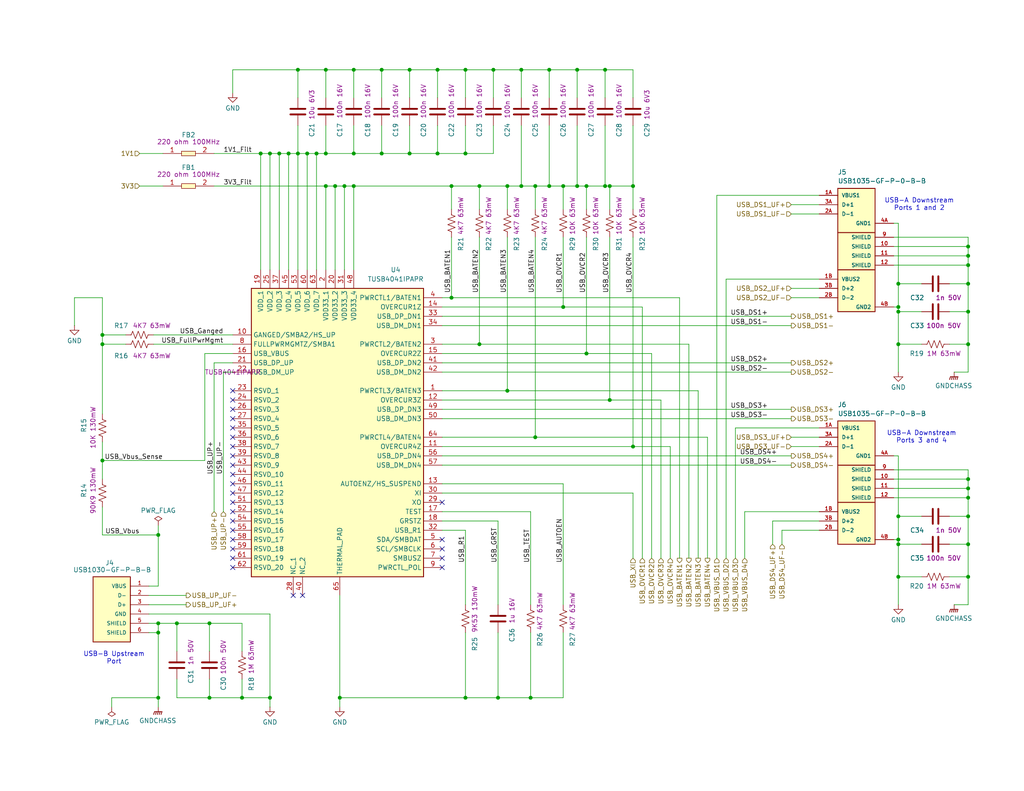
<source format=kicad_sch>
(kicad_sch (version 20250114) (generator "eeschema") (generator_version "9.0")
  (paper "USLetter")
  (title_block (title "1026 RPi Power Hat") (date "2025-04-11") (rev "1") (company "Dan Wilson") (comment 1 "Copyright © 2025 Dan Wilson") (comment 4 "USB 2.0 Hub"))
  (lib_symbols
    (symbol "DW_Connectors:[J] GCT USB-A x2 2.0 PCB USB1035-GF-P-0-B-B" (pin_names (offset 1.016))
      (property "Reference" "J" (at -1.27 21.59 0))
      (property "Value" "USB1035-GF-P-0-B-B" (at -12.065 19.05 0))
      (symbol "[J] GCT USB-A x2 2.0 PCB USB1035-GF-P-0-B-B_0_0"
        (pin power_in line (at -10.16 15.24 0) (length 5.08) (name "VBUS1") (number "1A"))
        (pin bidirectional line (at -10.16 12.7 0) (length 5.08) (name "D+1") (number "3A"))
        (pin bidirectional line (at -10.16 10.16 0) (length 5.08) (name "D-1") (number "2A"))
        (pin power_in line (at -10.16 -7.62 0) (length 5.08) (name "VBUS2") (number "1B"))
        (pin bidirectional line (at -10.16 -10.16 0) (length 5.08) (name "D+2") (number "3B"))
        (pin bidirectional line (at -10.16 -12.7 0) (length 5.08) (name "D-2") (number "2B"))
        (pin power_in line (at 10.16 7.62 180) (length 5.08) (name "GND1") (number "4A"))
        (pin power_in line (at 10.16 3.81 180) (length 5.08) (name "SHIELD") (number "9"))
        (pin power_in line (at 10.16 1.27 180) (length 5.08) (name "SHIELD") (number "10"))
        (pin power_in line (at 10.16 -1.27 180) (length 5.08) (name "SHIELD") (number "11"))
        (pin power_in line (at 10.16 -3.81 180) (length 5.08) (name "SHIELD") (number "12"))
        (pin power_in line (at 10.16 -15.24 180) (length 5.08) (name "GND2") (number "4B"))
      )
    )
    (symbol "DW_Connectors:[J] GCT USB-B 2.0 Connector PCB USB1030-GF-P-B-B" (pin_names (offset 1.016))
      (property "Reference" "J" (at -1.27 11.43 0))
      (property "Value" "USB1030-GF-P-B-B" (at -12.065 8.89 0))
      (symbol "[J] GCT USB-B 2.0 Connector PCB USB1030-GF-P-B-B_0_0"
        (pin power_in line (at -10.16 5.08 0) (length 5.08) (name "VBUS") (number "1"))
        (pin bidirectional line (at -10.16 2.54 0) (length 5.08) (name "D-") (number "2"))
        (pin bidirectional line (at -10.16 0 0) (length 5.08) (name "D+") (number "3"))
        (pin power_in line (at -10.16 -2.54 0) (length 5.08) (name "GND") (number "4"))
        (pin power_in line (at -10.16 -5.08 0) (length 5.08) (name "SHIELD") (number "5"))
        (pin power_in line (at -10.16 -7.62 0) (length 5.08) (name "SHIELD") (number "6"))
      )
    )
    (symbol "DW_Passives:[FB] Murata BLM15PX221SZ1D 220ohm 800mA"
      (property "Reference" "FB" (at 5.715 6.985 0))
      (property "Value" "BLM15PX221SZ1D" (at -1.905 4.445 0))
      (symbol "[FB] Murata BLM15PX221SZ1D 220ohm 800mA_1_1"
        (pin passive line (at 0 0 0) (length 5.08) (name "") (number "1"))
        (pin passive line (at 13.97 0 180) (length 5.08) (name "") (number "2"))
      )
    )
    (symbol "DW_Semiconductors:[U] Texas Inst TUSB4041IPAPR USB 2.0 Hub Controller"
      (property "Reference" "U4" (at 44.45 27.94 0))
      (property "Value" "TUSB4041IPAPR" (at 44.45 25.4 0))
      (symbol "[U] Texas Inst TUSB4041IPAPR USB 2.0 Hub Controller_1_1"
        (pin passive line (at 0 10.16 0) (length 5.08) (name "GANGED/SMBA2/HS_UP") (number "10"))
        (pin passive line (at 0 7.62 0) (length 5.08) (name "FULLPWRMGMTZ/SMBA1") (number "8"))
        (pin passive line (at 0 5.08 0) (length 5.08) (name "USB_VBUS") (number "16"))
        (pin passive line (at 0 2.54 0) (length 5.08) (name "USB_DP_UP") (number "21"))
        (pin passive line (at 0 0 0) (length 5.08) (name "USB_DM_UP") (number "22"))
        (pin passive line (at 0 -5.08 0) (length 5.08) (name "RSVD_1") (number "23"))
        (pin passive line (at 0 -7.62 0) (length 5.08) (name "RSVD_2") (number "24"))
        (pin passive line (at 0 -10.16 0) (length 5.08) (name "RSVD_3") (number "26"))
        (pin passive line (at 0 -12.7 0) (length 5.08) (name "RSVD_4") (number "27"))
        (pin passive line (at 0 -15.24 0) (length 5.08) (name "RSVD_5") (number "35"))
        (pin passive line (at 0 -17.78 0) (length 5.08) (name "RSVD_6") (number "36"))
        (pin passive line (at 0 -20.32 0) (length 5.08) (name "RSVD_7") (number "38"))
        (pin passive line (at 0 -22.86 0) (length 5.08) (name "RSVD_8") (number "39"))
        (pin passive line (at 0 -25.4 0) (length 5.08) (name "RSVD_9") (number "43"))
        (pin passive line (at 0 -27.94 0) (length 5.08) (name "RSVD_10") (number "44"))
        (pin passive line (at 0 -30.48 0) (length 5.08) (name "RSVD_11") (number "46"))
        (pin passive line (at 0 -33.02 0) (length 5.08) (name "RSVD_12") (number "47"))
        (pin passive line (at 0 -35.56 0) (length 5.08) (name "RSVD_13") (number "51"))
        (pin passive line (at 0 -38.1 0) (length 5.08) (name "RSVD_14") (number "52"))
        (pin passive line (at 0 -40.64 0) (length 5.08) (name "RSVD_15") (number "54"))
        (pin passive line (at 0 -43.18 0) (length 5.08) (name "RSVD_16") (number "55"))
        (pin passive line (at 0 -45.72 0) (length 5.08) (name "RSVD_17") (number "58"))
        (pin passive line (at 0 -48.26 0) (length 5.08) (name "RSVD_18") (number "59"))
        (pin passive line (at 0 -50.8 0) (length 5.08) (name "RSVD_19") (number "61"))
        (pin passive line (at 0 -53.34 0) (length 5.08) (name "RSVD_20") (number "62"))
        (pin passive line (at 7.62 27.94 270) (length 5.08) (name "VDD_1") (number "19"))
        (pin passive line (at 10.16 27.94 270) (length 5.08) (name "VDD_2") (number "25"))
        (pin passive line (at 12.7 27.94 270) (length 5.08) (name "VDD_3") (number "37"))
        (pin passive line (at 15.24 27.94 270) (length 5.08) (name "VDD_4") (number "45"))
        (pin passive line (at 16.51 -60.96 90) (length 5.08) (name "NC_1") (number "28"))
        (pin passive line (at 17.78 27.94 270) (length 5.08) (name "VDD_5") (number "53"))
        (pin passive line (at 19.05 -60.96 90) (length 5.08) (name "NC_2") (number "40"))
        (pin passive line (at 20.32 27.94 270) (length 5.08) (name "VDD_6") (number "60"))
        (pin passive line (at 22.86 27.94 270) (length 5.08) (name "VDD_7") (number "63"))
        (pin passive line (at 25.4 27.94 270) (length 5.08) (name "VDD33_1") (number "2"))
        (pin passive line (at 27.94 27.94 270) (length 5.08) (name "VDD33_2") (number "20"))
        (pin passive line (at 29.21 -60.96 90) (length 5.08) (name "THERMAL_PAD") (number "65"))
        (pin passive line (at 30.48 27.94 270) (length 5.08) (name "VDD33_3") (number "31"))
        (pin passive line (at 33.02 27.94 270) (length 5.08) (name "VDD33_4") (number "48"))
        (pin passive line (at 57.15 20.32 180) (length 5.08) (name "PWRCTL1/BATEN1") (number "4"))
        (pin passive line (at 57.15 17.78 180) (length 5.08) (name "OVERCUR1Z") (number "14"))
        (pin passive line (at 57.15 15.24 180) (length 5.08) (name "USB_DP_DN1") (number "33"))
        (pin passive line (at 57.15 12.7 180) (length 5.08) (name "USB_DM_DN1") (number "34"))
        (pin passive line (at 57.15 7.62 180) (length 5.08) (name "PWRCTL2/BATEN2") (number "3"))
        (pin passive line (at 57.15 5.08 180) (length 5.08) (name "OVERCUR2Z") (number "15"))
        (pin passive line (at 57.15 2.54 180) (length 5.08) (name "USB_DP_DN2") (number "41"))
        (pin passive line (at 57.15 0 180) (length 5.08) (name "USB_DM_DN2") (number "42"))
        (pin passive line (at 57.15 -5.08 180) (length 5.08) (name "PWRCTL3/BATEN3") (number "1"))
        (pin passive line (at 57.15 -7.62 180) (length 5.08) (name "OVERCUR3Z") (number "12"))
        (pin passive line (at 57.15 -10.16 180) (length 5.08) (name "USB_DP_DN3") (number "49"))
        (pin passive line (at 57.15 -12.7 180) (length 5.08) (name "USB_DM_DN3") (number "50"))
        (pin passive line (at 57.15 -17.78 180) (length 5.08) (name "PWRCTL4/BATEN4") (number "64"))
        (pin passive line (at 57.15 -20.32 180) (length 5.08) (name "OVERCUR4Z") (number "11"))
        (pin passive line (at 57.15 -22.86 180) (length 5.08) (name "USB_DP_DN4") (number "56"))
        (pin passive line (at 57.15 -25.4 180) (length 5.08) (name "USB_DM_DN4") (number "57"))
        (pin passive line (at 57.15 -30.48 180) (length 5.08) (name "AUTOENZ/HS_SUSPEND") (number "13"))
        (pin passive line (at 57.15 -33.02 180) (length 5.08) (name "XI") (number "30"))
        (pin passive line (at 57.15 -35.56 180) (length 5.08) (name "XO") (number "29"))
        (pin passive line (at 57.15 -38.1 180) (length 5.08) (name "TEST") (number "17"))
        (pin passive line (at 57.15 -40.64 180) (length 5.08) (name "GRSTZ") (number "18"))
        (pin passive line (at 57.15 -43.18 180) (length 5.08) (name "USB_R1") (number "32"))
        (pin passive line (at 57.15 -45.72 180) (length 5.08) (name "SDA/SMBDAT") (number "5"))
        (pin passive line (at 57.15 -48.26 180) (length 5.08) (name "SCL/SMBCLK") (number "6"))
        (pin passive line (at 57.15 -50.8 180) (length 5.08) (name "SMBUSZ") (number "7"))
        (pin passive line (at 57.15 -53.34 180) (length 5.08) (name "PWRCTL_POL") (number "9"))
      )
    )
    (symbol "Device:C" (pin_numbers (hide yes)) (pin_names (offset 0.254))
      (property "Reference" "C" (at 0.635 2.54 0))
      (property "Value" "C" (at 0.635 -2.54 0))
      (symbol "C_1_1"
        (pin passive line (at 0 3.81 270) (length 2.794) (name "~") (number "1"))
        (pin passive line (at 0 -3.81 90) (length 2.794) (name "~") (number "2"))
      )
    )
    (symbol "Device:R_US" (pin_numbers (hide yes)) (pin_names (offset 0))
      (property "Reference" "R" (at 2.54 0 90))
      (property "Value" "R_US" (at -2.54 0 90))
      (symbol "R_US_1_1"
        (pin passive line (at 0 3.81 270) (length 1.27) (name "~") (number "1"))
        (pin passive line (at 0 -3.81 90) (length 1.27) (name "~") (number "2"))
      )
    )
    (symbol "power:GND" (power) (pin_numbers (hide yes)) (pin_names (offset 0) (hide yes))
      (property "Value" "GND" (at 0 -3.81 0))
      (symbol "GND_1_1"
        (pin power_in line (at 0 0 270) (length 0) (name "~") (number "1"))
      )
    )
    (symbol "power:GNDPWR" (power) (pin_numbers (hide yes)) (pin_names (offset 0) (hide yes))
      (property "Value" "GNDPWR" (at 0 -3.302 0))
      (symbol "GNDPWR_1_1"
        (pin power_in line (at 0 0 270) (length 0) (name "~") (number "1"))
      )
    )
    (symbol "power:PWR_FLAG" (power) (pin_numbers (hide yes)) (pin_names (offset 0) (hide yes))
      (property "Value" "PWR_FLAG" (at 0 3.81 0))
      (symbol "PWR_FLAG_0_0"
        (pin power_out line (at 0 0 90) (length 0) (name "~") (number "1"))
      )
    )
  )
  (text "USB-B Upstream\nPort" (at 31.115 179.705 0) (effects (font (size 1.27 1.27))))
  (text "USB-A Downstream\nPorts 1 and 2" (at 250.825 55.88 0) (effects (font (size 1.27 1.27))))
  (text "USB-A Downstream\nPorts 3 and 4" (at 251.46 119.38 0) (effects (font (size 1.27 1.27))))
  (junction (at 245.11 85.09))
  (junction (at 264.16 69.85))
  (junction (at 88.9 19.05))
  (junction (at 157.48 19.05))
  (junction (at 81.28 19.05))
  (junction (at 104.14 41.91))
  (junction (at 149.86 19.05))
  (junction (at 57.15 170.18))
  (junction (at 264.16 67.31))
  (junction (at 146.05 119.38))
  (junction (at 153.67 83.82))
  (junction (at 27.94 93.98))
  (junction (at 160.02 50.8))
  (junction (at 264.16 85.09))
  (junction (at 73.66 41.91))
  (junction (at 43.18 146.05))
  (junction (at 157.48 50.8))
  (junction (at 119.38 19.05))
  (junction (at 146.05 50.8))
  (junction (at 71.12 41.91))
  (junction (at 48.26 170.18))
  (junction (at 123.19 81.28))
  (junction (at 264.16 72.39))
  (junction (at 88.9 41.91))
  (junction (at 264.16 93.98))
  (junction (at 138.43 50.8))
  (junction (at 165.1 19.05))
  (junction (at 43.18 170.18))
  (junction (at 66.04 190.5))
  (junction (at 172.72 50.8))
  (junction (at 123.19 50.8))
  (junction (at 160.02 96.52))
  (junction (at 135.89 190.5))
  (junction (at 264.16 133.35))
  (junction (at 264.16 140.97))
  (junction (at 43.18 172.72))
  (junction (at 245.11 83.82))
  (junction (at 81.28 41.91))
  (junction (at 138.43 106.68))
  (junction (at 264.16 157.48))
  (junction (at 245.11 147.32))
  (junction (at 119.38 41.91))
  (junction (at 130.81 50.8))
  (junction (at 127 19.05))
  (junction (at 73.66 190.5))
  (junction (at 245.11 148.59))
  (junction (at 127 41.91))
  (junction (at 83.82 41.91))
  (junction (at 127 190.5))
  (junction (at 142.24 50.8))
  (junction (at 91.44 50.8))
  (junction (at 76.2 41.91))
  (junction (at 245.11 157.48))
  (junction (at 27.94 125.73))
  (junction (at 264.16 77.47))
  (junction (at 245.11 93.98))
  (junction (at 245.11 140.97))
  (junction (at 78.74 41.91))
  (junction (at 153.67 50.8))
  (junction (at 130.81 93.98))
  (junction (at 264.16 130.81))
  (junction (at 104.14 19.05))
  (junction (at 96.52 19.05))
  (junction (at 111.76 41.91))
  (junction (at 27.94 91.44))
  (junction (at 86.36 41.91))
  (junction (at 144.78 190.5))
  (junction (at 264.16 148.59))
  (junction (at 142.24 19.05))
  (junction (at 166.37 109.22))
  (junction (at 92.71 190.5))
  (junction (at 111.76 19.05))
  (junction (at 134.62 19.05))
  (junction (at 57.15 190.5))
  (junction (at 43.18 190.5))
  (junction (at 166.37 50.8))
  (junction (at 264.16 135.89))
  (junction (at 88.9 50.8))
  (junction (at 245.11 77.47))
  (junction (at 165.1 50.8))
  (junction (at 149.86 50.8))
  (junction (at 96.52 50.8))
  (junction (at 93.98 50.8))
  (junction (at 96.52 41.91))
  (junction (at 172.72 121.92))
  (no_connect (at 63.5 149.86))
  (no_connect (at 120.65 147.32))
  (no_connect (at 63.5 121.92))
  (no_connect (at 80.01 162.56))
  (no_connect (at 63.5 144.78))
  (no_connect (at 63.5 154.94))
  (no_connect (at 63.5 139.7))
  (no_connect (at 120.65 154.94))
  (no_connect (at 63.5 152.4))
  (no_connect (at 63.5 137.16))
  (no_connect (at 63.5 119.38))
  (no_connect (at 120.65 137.16))
  (no_connect (at 63.5 109.22))
  (no_connect (at 63.5 116.84))
  (no_connect (at 63.5 132.08))
  (no_connect (at 63.5 127))
  (no_connect (at 63.5 114.3))
  (no_connect (at 82.55 162.56))
  (no_connect (at 63.5 124.46))
  (no_connect (at 63.5 106.68))
  (no_connect (at 63.5 142.24))
  (no_connect (at 63.5 111.76))
  (no_connect (at 120.65 149.86))
  (no_connect (at 120.65 152.4))
  (no_connect (at 63.5 129.54))
  (no_connect (at 63.5 134.62))
  (no_connect (at 63.5 147.32))
  (wire (pts (xy 264.16 72.39) (xy 264.16 69.85)))
  (wire (pts (xy 96.52 19.05) (xy 104.14 19.05)))
  (wire (pts (xy 30.48 190.5) (xy 43.18 190.5)))
  (wire (pts (xy 203.2 139.7) (xy 203.2 152.4)))
  (wire (pts (xy 200.66 116.84) (xy 200.66 152.4)))
  (wire (pts (xy 259.08 93.98) (xy 264.16 93.98)))
  (wire (pts (xy 245.11 77.47) (xy 245.11 83.82)))
  (wire (pts (xy 260.35 165.1) (xy 264.16 165.1)))
  (wire (pts (xy 38.1 41.91) (xy 44.45 41.91)))
  (wire (pts (xy 93.98 50.8) (xy 93.98 73.66)))
  (wire (pts (xy 153.67 132.08) (xy 153.67 165.1)))
  (wire (pts (xy 96.52 50.8) (xy 96.52 73.66)))
  (wire (pts (xy 165.1 50.8) (xy 166.37 50.8)))
  (wire (pts (xy 78.74 41.91) (xy 78.74 73.66)))
  (wire (pts (xy 27.94 91.44) (xy 34.29 91.44)))
  (wire (pts (xy 195.58 53.34) (xy 195.58 152.4)))
  (wire (pts (xy 27.94 138.43) (xy 27.94 146.05)))
  (wire (pts (xy 157.48 19.05) (xy 157.48 26.67)))
  (wire (pts (xy 245.11 60.96) (xy 245.11 77.47)))
  (wire (pts (xy 111.76 19.05) (xy 111.76 26.67)))
  (wire (pts (xy 63.5 25.4) (xy 63.5 19.05)))
  (wire (pts (xy 127 144.78) (xy 127 165.1)))
  (wire (pts (xy 96.52 41.91) (xy 104.14 41.91)))
  (wire (pts (xy 138.43 50.8) (xy 138.43 57.15)))
  (wire (pts (xy 120.65 114.3) (xy 215.9 114.3)))
  (wire (pts (xy 243.84 60.96) (xy 245.11 60.96)))
  (wire (pts (xy 58.42 41.91) (xy 71.12 41.91)))
  (wire (pts (xy 187.96 93.98) (xy 187.96 152.4)))
  (wire (pts (xy 120.65 86.36) (xy 215.9 86.36)))
  (wire (pts (xy 83.82 41.91) (xy 83.82 73.66)))
  (wire (pts (xy 245.11 140.97) (xy 251.46 140.97)))
  (wire (pts (xy 93.98 50.8) (xy 96.52 50.8)))
  (wire (pts (xy 120.65 132.08) (xy 153.67 132.08)))
  (wire (pts (xy 172.72 19.05) (xy 172.72 26.67)))
  (wire (pts (xy 251.46 85.09) (xy 245.11 85.09)))
  (wire (pts (xy 264.16 157.48) (xy 264.16 148.59)))
  (wire (pts (xy 96.52 19.05) (xy 96.52 26.67)))
  (wire (pts (xy 48.26 185.42) (xy 48.26 190.5)))
  (wire (pts (xy 215.9 55.88) (xy 223.52 55.88)))
  (wire (pts (xy 66.04 190.5) (xy 66.04 185.42)))
  (wire (pts (xy 104.14 41.91) (xy 111.76 41.91)))
  (wire (pts (xy 119.38 41.91) (xy 127 41.91)))
  (wire (pts (xy 264.16 130.81) (xy 264.16 128.27)))
  (wire (pts (xy 264.16 135.89) (xy 264.16 133.35)))
  (wire (pts (xy 120.65 109.22) (xy 166.37 109.22)))
  (wire (pts (xy 193.04 119.38) (xy 193.04 152.4)))
  (wire (pts (xy 41.91 93.98) (xy 63.5 93.98)))
  (wire (pts (xy 245.11 85.09) (xy 245.11 83.82)))
  (wire (pts (xy 120.65 134.62) (xy 172.72 134.62)))
  (wire (pts (xy 259.08 157.48) (xy 264.16 157.48)))
  (wire (pts (xy 165.1 19.05) (xy 165.1 26.67)))
  (wire (pts (xy 134.62 41.91) (xy 134.62 34.29)))
  (wire (pts (xy 153.67 190.5) (xy 144.78 190.5)))
  (wire (pts (xy 160.02 50.8) (xy 160.02 57.15)))
  (wire (pts (xy 210.82 142.24) (xy 223.52 142.24)))
  (wire (pts (xy 245.11 157.48) (xy 245.11 165.1)))
  (wire (pts (xy 245.11 77.47) (xy 251.46 77.47)))
  (wire (pts (xy 40.64 170.18) (xy 43.18 170.18)))
  (wire (pts (xy 88.9 19.05) (xy 96.52 19.05)))
  (wire (pts (xy 142.24 19.05) (xy 149.86 19.05)))
  (wire (pts (xy 245.11 124.46) (xy 245.11 140.97)))
  (wire (pts (xy 175.26 83.82) (xy 175.26 152.4)))
  (wire (pts (xy 259.08 77.47) (xy 264.16 77.47)))
  (wire (pts (xy 38.1 50.8) (xy 44.45 50.8)))
  (wire (pts (xy 104.14 19.05) (xy 104.14 26.67)))
  (wire (pts (xy 243.84 124.46) (xy 245.11 124.46)))
  (wire (pts (xy 243.84 72.39) (xy 264.16 72.39)))
  (wire (pts (xy 127 41.91) (xy 134.62 41.91)))
  (wire (pts (xy 223.52 116.84) (xy 200.66 116.84)))
  (wire (pts (xy 259.08 148.59) (xy 264.16 148.59)))
  (wire (pts (xy 264.16 67.31) (xy 264.16 64.77)))
  (wire (pts (xy 58.42 50.8) (xy 88.9 50.8)))
  (wire (pts (xy 123.19 64.77) (xy 123.19 81.28)))
  (wire (pts (xy 76.2 41.91) (xy 76.2 73.66)))
  (wire (pts (xy 73.66 41.91) (xy 73.66 73.66)))
  (wire (pts (xy 86.36 41.91) (xy 86.36 73.66)))
  (wire (pts (xy 264.16 165.1) (xy 264.16 157.48)))
  (wire (pts (xy 134.62 19.05) (xy 134.62 26.67)))
  (wire (pts (xy 88.9 19.05) (xy 88.9 26.67)))
  (wire (pts (xy 73.66 167.64) (xy 73.66 190.5)))
  (wire (pts (xy 120.65 121.92) (xy 172.72 121.92)))
  (wire (pts (xy 146.05 119.38) (xy 193.04 119.38)))
  (wire (pts (xy 58.42 99.06) (xy 63.5 99.06)))
  (wire (pts (xy 88.9 50.8) (xy 88.9 73.66)))
  (wire (pts (xy 123.19 50.8) (xy 123.19 57.15)))
  (wire (pts (xy 27.94 125.73) (xy 27.94 130.81)))
  (wire (pts (xy 63.5 19.05) (xy 81.28 19.05)))
  (wire (pts (xy 127 19.05) (xy 127 26.67)))
  (wire (pts (xy 91.44 50.8) (xy 91.44 73.66)))
  (wire (pts (xy 43.18 190.5) (xy 43.18 193.04)))
  (wire (pts (xy 142.24 50.8) (xy 146.05 50.8)))
  (wire (pts (xy 120.65 88.9) (xy 215.9 88.9)))
  (wire (pts (xy 81.28 41.91) (xy 81.28 73.66)))
  (wire (pts (xy 243.84 69.85) (xy 264.16 69.85)))
  (wire (pts (xy 264.16 140.97) (xy 264.16 135.89)))
  (wire (pts (xy 55.88 125.73) (xy 55.88 96.52)))
  (wire (pts (xy 73.66 41.91) (xy 76.2 41.91)))
  (wire (pts (xy 111.76 41.91) (xy 119.38 41.91)))
  (wire (pts (xy 259.08 140.97) (xy 264.16 140.97)))
  (wire (pts (xy 149.86 34.29) (xy 149.86 50.8)))
  (wire (pts (xy 127 19.05) (xy 134.62 19.05)))
  (wire (pts (xy 88.9 50.8) (xy 91.44 50.8)))
  (wire (pts (xy 264.16 133.35) (xy 264.16 130.81)))
  (wire (pts (xy 120.65 96.52) (xy 160.02 96.52)))
  (wire (pts (xy 144.78 172.72) (xy 144.78 190.5)))
  (wire (pts (xy 123.19 81.28) (xy 120.65 81.28)))
  (wire (pts (xy 260.35 101.6) (xy 264.16 101.6)))
  (wire (pts (xy 223.52 139.7) (xy 203.2 139.7)))
  (wire (pts (xy 48.26 170.18) (xy 48.26 177.8)))
  (wire (pts (xy 153.67 172.72) (xy 153.67 190.5)))
  (wire (pts (xy 160.02 50.8) (xy 165.1 50.8)))
  (wire (pts (xy 153.67 50.8) (xy 157.48 50.8)))
  (wire (pts (xy 130.81 64.77) (xy 130.81 93.98)))
  (wire (pts (xy 264.16 85.09) (xy 264.16 77.47)))
  (wire (pts (xy 43.18 160.02) (xy 40.64 160.02)))
  (wire (pts (xy 166.37 50.8) (xy 172.72 50.8)))
  (wire (pts (xy 172.72 121.92) (xy 182.88 121.92)))
  (wire (pts (xy 27.94 93.98) (xy 34.29 93.98)))
  (wire (pts (xy 135.89 172.72) (xy 135.89 190.5)))
  (wire (pts (xy 146.05 64.77) (xy 146.05 119.38)))
  (wire (pts (xy 88.9 41.91) (xy 96.52 41.91)))
  (wire (pts (xy 157.48 19.05) (xy 165.1 19.05)))
  (wire (pts (xy 138.43 106.68) (xy 190.5 106.68)))
  (wire (pts (xy 96.52 50.8) (xy 123.19 50.8)))
  (wire (pts (xy 172.72 134.62) (xy 172.72 152.4)))
  (wire (pts (xy 43.18 172.72) (xy 43.18 190.5)))
  (wire (pts (xy 41.91 91.44) (xy 63.5 91.44)))
  (wire (pts (xy 264.16 64.77) (xy 243.84 64.77)))
  (wire (pts (xy 48.26 170.18) (xy 57.15 170.18)))
  (wire (pts (xy 264.16 128.27) (xy 243.84 128.27)))
  (wire (pts (xy 135.89 190.5) (xy 144.78 190.5)))
  (wire (pts (xy 57.15 185.42) (xy 57.15 190.5)))
  (wire (pts (xy 27.94 120.65) (xy 27.94 125.73)))
  (wire (pts (xy 127 172.72) (xy 127 190.5)))
  (wire (pts (xy 20.32 88.9) (xy 20.32 81.28)))
  (wire (pts (xy 120.65 101.6) (xy 215.9 101.6)))
  (wire (pts (xy 243.84 133.35) (xy 264.16 133.35)))
  (wire (pts (xy 43.18 146.05) (xy 43.18 160.02)))
  (wire (pts (xy 119.38 19.05) (xy 127 19.05)))
  (wire (pts (xy 123.19 50.8) (xy 130.81 50.8)))
  (wire (pts (xy 40.64 165.1) (xy 50.8 165.1)))
  (wire (pts (xy 153.67 83.82) (xy 175.26 83.82)))
  (wire (pts (xy 120.65 127) (xy 215.9 127)))
  (wire (pts (xy 215.9 121.92) (xy 223.52 121.92)))
  (wire (pts (xy 245.11 148.59) (xy 251.46 148.59)))
  (wire (pts (xy 245.11 148.59) (xy 245.11 147.32)))
  (wire (pts (xy 243.84 130.81) (xy 264.16 130.81)))
  (wire (pts (xy 120.65 83.82) (xy 153.67 83.82)))
  (wire (pts (xy 142.24 19.05) (xy 142.24 26.67)))
  (wire (pts (xy 215.9 78.74) (xy 223.52 78.74)))
  (wire (pts (xy 135.89 142.24) (xy 135.89 165.1)))
  (wire (pts (xy 43.18 172.72) (xy 43.18 170.18)))
  (wire (pts (xy 119.38 19.05) (xy 119.38 26.67)))
  (wire (pts (xy 27.94 93.98) (xy 27.94 91.44)))
  (wire (pts (xy 40.64 162.56) (xy 50.8 162.56)))
  (wire (pts (xy 60.96 101.6) (xy 63.5 101.6)))
  (wire (pts (xy 146.05 119.38) (xy 120.65 119.38)))
  (wire (pts (xy 264.16 69.85) (xy 264.16 67.31)))
  (wire (pts (xy 127 41.91) (xy 127 34.29)))
  (wire (pts (xy 57.15 170.18) (xy 57.15 177.8)))
  (wire (pts (xy 264.16 93.98) (xy 264.16 85.09)))
  (wire (pts (xy 43.18 146.05) (xy 27.94 146.05)))
  (wire (pts (xy 259.08 85.09) (xy 264.16 85.09)))
  (wire (pts (xy 245.11 101.6) (xy 245.11 93.98)))
  (wire (pts (xy 57.15 170.18) (xy 66.04 170.18)))
  (wire (pts (xy 264.16 148.59) (xy 264.16 140.97)))
  (wire (pts (xy 120.65 144.78) (xy 127 144.78)))
  (wire (pts (xy 243.84 67.31) (xy 264.16 67.31)))
  (wire (pts (xy 245.11 157.48) (xy 245.11 148.59)))
  (wire (pts (xy 20.32 81.28) (xy 27.94 81.28)))
  (wire (pts (xy 245.11 140.97) (xy 245.11 147.32)))
  (wire (pts (xy 127 190.5) (xy 92.71 190.5)))
  (wire (pts (xy 166.37 109.22) (xy 180.34 109.22)))
  (wire (pts (xy 134.62 19.05) (xy 142.24 19.05)))
  (wire (pts (xy 149.86 19.05) (xy 149.86 26.67)))
  (wire (pts (xy 149.86 50.8) (xy 153.67 50.8)))
  (wire (pts (xy 30.48 193.04) (xy 30.48 190.5)))
  (wire (pts (xy 71.12 41.91) (xy 73.66 41.91)))
  (wire (pts (xy 146.05 50.8) (xy 146.05 57.15)))
  (wire (pts (xy 120.65 111.76) (xy 215.9 111.76)))
  (wire (pts (xy 264.16 101.6) (xy 264.16 93.98)))
  (wire (pts (xy 160.02 64.77) (xy 160.02 96.52)))
  (wire (pts (xy 172.72 64.77) (xy 172.72 121.92)))
  (wire (pts (xy 76.2 41.91) (xy 78.74 41.91)))
  (wire (pts (xy 96.52 34.29) (xy 96.52 41.91)))
  (wire (pts (xy 157.48 34.29) (xy 157.48 50.8)))
  (wire (pts (xy 213.36 144.78) (xy 223.52 144.78)))
  (wire (pts (xy 130.81 50.8) (xy 130.81 57.15)))
  (wire (pts (xy 245.11 93.98) (xy 245.11 85.09)))
  (wire (pts (xy 71.12 41.91) (xy 71.12 73.66)))
  (wire (pts (xy 48.26 190.5) (xy 57.15 190.5)))
  (wire (pts (xy 198.12 76.2) (xy 198.12 152.4)))
  (wire (pts (xy 138.43 50.8) (xy 142.24 50.8)))
  (wire (pts (xy 43.18 143.51) (xy 43.18 146.05)))
  (wire (pts (xy 130.81 93.98) (xy 120.65 93.98)))
  (wire (pts (xy 149.86 19.05) (xy 157.48 19.05)))
  (wire (pts (xy 172.72 50.8) (xy 172.72 57.15)))
  (wire (pts (xy 138.43 106.68) (xy 120.65 106.68)))
  (wire (pts (xy 27.94 113.03) (xy 27.94 93.98)))
  (wire (pts (xy 160.02 96.52) (xy 177.8 96.52)))
  (wire (pts (xy 190.5 106.68) (xy 190.5 152.4)))
  (wire (pts (xy 92.71 190.5) (xy 92.71 193.04)))
  (wire (pts (xy 81.28 41.91) (xy 83.82 41.91)))
  (wire (pts (xy 40.64 167.64) (xy 73.66 167.64)))
  (wire (pts (xy 215.9 81.28) (xy 223.52 81.28)))
  (wire (pts (xy 166.37 64.77) (xy 166.37 109.22)))
  (wire (pts (xy 27.94 125.73) (xy 55.88 125.73)))
  (wire (pts (xy 215.9 58.42) (xy 223.52 58.42)))
  (wire (pts (xy 243.84 135.89) (xy 264.16 135.89)))
  (wire (pts (xy 73.66 190.5) (xy 73.66 193.04)))
  (wire (pts (xy 57.15 190.5) (xy 66.04 190.5)))
  (wire (pts (xy 153.67 50.8) (xy 153.67 57.15)))
  (wire (pts (xy 78.74 41.91) (xy 81.28 41.91)))
  (wire (pts (xy 66.04 170.18) (xy 66.04 177.8)))
  (wire (pts (xy 166.37 50.8) (xy 166.37 57.15)))
  (wire (pts (xy 81.28 34.29) (xy 81.28 41.91)))
  (wire (pts (xy 180.34 109.22) (xy 180.34 152.4)))
  (wire (pts (xy 172.72 34.29) (xy 172.72 50.8)))
  (wire (pts (xy 83.82 41.91) (xy 86.36 41.91)))
  (wire (pts (xy 111.76 34.29) (xy 111.76 41.91)))
  (wire (pts (xy 60.96 139.7) (xy 60.96 101.6)))
  (wire (pts (xy 182.88 121.92) (xy 182.88 152.4)))
  (wire (pts (xy 215.9 119.38) (xy 223.52 119.38)))
  (wire (pts (xy 119.38 41.91) (xy 119.38 34.29)))
  (wire (pts (xy 138.43 64.77) (xy 138.43 106.68)))
  (wire (pts (xy 55.88 96.52) (xy 63.5 96.52)))
  (wire (pts (xy 165.1 34.29) (xy 165.1 50.8)))
  (wire (pts (xy 245.11 157.48) (xy 251.46 157.48)))
  (wire (pts (xy 144.78 139.7) (xy 144.78 165.1)))
  (wire (pts (xy 81.28 26.67) (xy 81.28 19.05)))
  (wire (pts (xy 120.65 142.24) (xy 135.89 142.24)))
  (wire (pts (xy 104.14 19.05) (xy 111.76 19.05)))
  (wire (pts (xy 210.82 148.59) (xy 210.82 142.24)))
  (wire (pts (xy 123.19 81.28) (xy 185.42 81.28)))
  (wire (pts (xy 120.65 139.7) (xy 144.78 139.7)))
  (wire (pts (xy 245.11 83.82) (xy 243.84 83.82)))
  (wire (pts (xy 81.28 19.05) (xy 88.9 19.05)))
  (wire (pts (xy 185.42 81.28) (xy 185.42 152.4)))
  (wire (pts (xy 91.44 50.8) (xy 93.98 50.8)))
  (wire (pts (xy 223.52 53.34) (xy 195.58 53.34)))
  (wire (pts (xy 130.81 50.8) (xy 138.43 50.8)))
  (wire (pts (xy 58.42 139.7) (xy 58.42 99.06)))
  (wire (pts (xy 157.48 50.8) (xy 160.02 50.8)))
  (wire (pts (xy 165.1 19.05) (xy 172.72 19.05)))
  (wire (pts (xy 245.11 93.98) (xy 251.46 93.98)))
  (wire (pts (xy 223.52 76.2) (xy 198.12 76.2)))
  (wire (pts (xy 104.14 34.29) (xy 104.14 41.91)))
  (wire (pts (xy 43.18 170.18) (xy 48.26 170.18)))
  (wire (pts (xy 245.11 147.32) (xy 243.84 147.32)))
  (wire (pts (xy 27.94 81.28) (xy 27.94 91.44)))
  (wire (pts (xy 111.76 19.05) (xy 119.38 19.05)))
  (wire (pts (xy 142.24 34.29) (xy 142.24 50.8)))
  (wire (pts (xy 130.81 93.98) (xy 187.96 93.98)))
  (wire (pts (xy 92.71 162.56) (xy 92.71 190.5)))
  (wire (pts (xy 127 190.5) (xy 135.89 190.5)))
  (wire (pts (xy 88.9 34.29) (xy 88.9 41.91)))
  (wire (pts (xy 120.65 124.46) (xy 215.9 124.46)))
  (wire (pts (xy 120.65 99.06) (xy 215.9 99.06)))
  (wire (pts (xy 86.36 41.91) (xy 88.9 41.91)))
  (wire (pts (xy 40.64 172.72) (xy 43.18 172.72)))
  (wire (pts (xy 213.36 148.59) (xy 213.36 144.78)))
  (wire (pts (xy 153.67 64.77) (xy 153.67 83.82)))
  (wire (pts (xy 264.16 77.47) (xy 264.16 72.39)))
  (wire (pts (xy 146.05 50.8) (xy 149.86 50.8)))
  (wire (pts (xy 177.8 96.52) (xy 177.8 152.4)))
  (wire (pts (xy 73.66 190.5) (xy 66.04 190.5)))
  (label "USB_AUTOEN" (at 153.67 153.67 90))
  (label "USB_TEST" (at 144.78 153.67 90))
  (label "USB_BATEN3" (at 138.43 80.01 90))
  (label "USB_DS2-" (at 209.55 101.6 180))
  (label "USB_Vbus" (at 38.1 146.05 180))
  (label "USB_DS4+" (at 212.09 124.46 180))
  (label "USB_UP+" (at 58.42 129.54 90))
  (label "USB_OVCR3" (at 166.37 80.01 90))
  (label "USB_UP-" (at 60.96 129.54 90))
  (label "USB_BATEN4" (at 146.05 80.01 90))
  (label "USB_OVCR4" (at 172.72 80.01 90))
  (label "USB_DS1+" (at 209.55 86.36 180))
  (label "USB_DS3+" (at 209.55 111.76 180))
  (label "USB_DS1-" (at 209.55 88.9 180))
  (label "USB_BATEN1" (at 123.19 80.01 90))
  (label "3V3_Filt" (at 60.96 50.8 0))
  (label "USB_R1" (at 127 153.67 90))
  (label "USB_Vbus_Sense" (at 44.45 125.73 180))
  (label "USB_GRST" (at 135.89 153.67 90))
  (label "USB_DS2+" (at 209.55 99.06 180))
  (label "USB_Ganged" (at 60.96 91.44 180))
  (label "USB_OVCR2" (at 160.02 80.01 90))
  (label "USB_DS3-" (at 209.55 114.3 180))
  (label "USB_FullPwrMgmt" (at 60.96 93.98 180))
  (label "USB_DS4-" (at 212.09 127 180))
  (label "USB_BATEN2" (at 130.81 80.01 90))
  (label "USB_OVCR1" (at 153.67 80.01 90))
  (label "1V1_Filt" (at 60.96 41.91 0))
  (hierarchical_label "USB_DS3_UF+" (shape input) (at 215.9 119.38 180))
  (hierarchical_label "USB_OVCR3" (shape input) (at 180.34 152.4 270))
  (hierarchical_label "USB_DS4_UF+" (shape input) (at 210.82 148.59 270))
  (hierarchical_label "USB_BATEN2" (shape output) (at 187.96 152.4 270))
  (hierarchical_label "USB_DS3-" (shape output) (at 215.9 114.3 0))
  (hierarchical_label "USB_DS1_UF+" (shape input) (at 215.9 55.88 180))
  (hierarchical_label "USB_BATEN4" (shape output) (at 193.04 152.4 270))
  (hierarchical_label "USB_XI" (shape input) (at 172.72 152.4 270))
  (hierarchical_label "USB_DS3_UF-" (shape input) (at 215.9 121.92 180))
  (hierarchical_label "USB_UP_UF+" (shape output) (at 50.8 165.1 0))
  (hierarchical_label "USB_BATEN1" (shape output) (at 185.42 152.4 270))
  (hierarchical_label "USB_UP-" (shape input) (at 60.96 139.7 270))
  (hierarchical_label "USB_DS4+" (shape output) (at 215.9 124.46 0))
  (hierarchical_label "USB_DS2_UF+" (shape input) (at 215.9 78.74 180))
  (hierarchical_label "USB_OVCR1" (shape input) (at 175.26 152.4 270))
  (hierarchical_label "USB_DS4_UF-" (shape input) (at 213.36 148.59 270))
  (hierarchical_label "USB_BATEN3" (shape output) (at 190.5 152.4 270))
  (hierarchical_label "USB_DS1-" (shape output) (at 215.9 88.9 0))
  (hierarchical_label "USB_DS2_UF-" (shape input) (at 215.9 81.28 180))
  (hierarchical_label "USB_UP+" (shape input) (at 58.42 139.7 270))
  (hierarchical_label "USB_DS1_UF-" (shape input) (at 215.9 58.42 180))
  (hierarchical_label "3V3" (shape input) (at 38.1 50.8 180))
  (hierarchical_label "USB_DS2-" (shape output) (at 215.9 101.6 0))
  (hierarchical_label "USB_DS1+" (shape output) (at 215.9 86.36 0))
  (hierarchical_label "1V1" (shape input) (at 38.1 41.91 180))
  (hierarchical_label "USB_UP_UF-" (shape output) (at 50.8 162.56 0))
  (hierarchical_label "USB_VBUS_D1" (shape input) (at 195.58 152.4 270))
  (hierarchical_label "USB_OVCR4" (shape input) (at 182.88 152.4 270))
  (hierarchical_label "USB_VBUS_D4" (shape input) (at 203.2 152.4 270))
  (hierarchical_label "USB_OVCR2" (shape input) (at 177.8 152.4 270))
  (hierarchical_label "USB_DS2+" (shape output) (at 215.9 99.06 0))
  (hierarchical_label "USB_VBUS_D2" (shape input) (at 198.12 152.4 270))
  (hierarchical_label "USB_DS4-" (shape output) (at 215.9 127 0))
  (hierarchical_label "USB_VBUS_D3" (shape input) (at 200.66 152.4 270))
  (hierarchical_label "USB_DS3+" (shape output) (at 215.9 111.76 0))
  (symbol (lib_id "Device:R_US") (at 153.67 168.91 180) (unit 1)
    (property "Reference" "R27" (at 156.21 176.53 90) (effects (justify right)))
    (property "Value" "4K7" (effects (hide yes)))
    (property "Footprint" "Resistor_SMD:R_0402_1005Metric" (effects (hide yes)))
    (property "Datasheet" "https://www.vishay.com/docs/28773/crcwce3.pdf" (effects (hide yes)))
    (property "Description" "Pull Down Resistor" (effects (hide yes)))
    (property "Height" "0.35" (effects (hide yes)))
    (property "Manufacturer_Name" "Vishay" (effects (hide yes)))
    (property "Manufacturer_Part_Number" "CRCW04024K70FKEDC" (effects (hide yes)))
    (property "Mouser Part Number" "71-CRCW04024K70FKEDC" (effects (hide yes)))
    (property "Mouser Price/Stock" "https://www.mouser.com/ProductDetail/Vishay-Dale/CRCW04024K70FKEDC?qs=sGAEpiMZZMvdGkrng054t0DrEhLhGh8gvkpaqPsXHE0OeJy%2FHFkpSA%3D%3D" (effects (hide yes)))
    (property "Spec" "4K7 63mW" (at 156.21 172.085 90) (effects (justify right)))
  )
  (symbol (lib_id "Device:R_US") (at 144.78 168.91 180) (unit 1)
    (property "Reference" "R26" (at 147.32 176.53 90) (effects (justify right)))
    (property "Value" "4K7" (effects (hide yes)))
    (property "Footprint" "Resistor_SMD:R_0402_1005Metric" (effects (hide yes)))
    (property "Datasheet" "https://www.vishay.com/docs/28773/crcwce3.pdf" (effects (hide yes)))
    (property "Description" "Pull Down Resistor" (effects (hide yes)))
    (property "Height" "0.35" (effects (hide yes)))
    (property "Manufacturer_Name" "Vishay" (effects (hide yes)))
    (property "Manufacturer_Part_Number" "CRCW04024K70FKEDC" (effects (hide yes)))
    (property "Mouser Part Number" "71-CRCW04024K70FKEDC" (effects (hide yes)))
    (property "Mouser Price/Stock" "https://www.mouser.com/ProductDetail/Vishay-Dale/CRCW04024K70FKEDC?qs=sGAEpiMZZMvdGkrng054t0DrEhLhGh8gvkpaqPsXHE0OeJy%2FHFkpSA%3D%3D" (effects (hide yes)))
    (property "Spec" "4K7 63mW" (at 147.32 172.085 90) (effects (justify right)))
  )
  (symbol (lib_id "Device:R_US") (at 153.67 60.96 180) (unit 1)
    (property "Reference" "R29" (at 156.21 68.58 90) (effects (justify right)))
    (property "Value" "10K" (effects (hide yes)))
    (property "Footprint" "Resistor_SMD:R_0402_1005Metric" (effects (hide yes)))
    (property "Datasheet" "https://www.vishay.com/docs/28773/crcwce3.pdf" (effects (hide yes)))
    (property "Description" "Pull Up Resistor" (effects (hide yes)))
    (property "Height" "0.35" (effects (hide yes)))
    (property "Manufacturer_Name" "Vishay" (effects (hide yes)))
    (property "Manufacturer_Part_Number" "CRCW040210K0FKEDC" (effects (hide yes)))
    (property "Mouser Part Number" "71-CRCW040210K0FKEDC" (effects (hide yes)))
    (property "Mouser Price/Stock" "https://www.mouser.com/ProductDetail/Vishay-Dale/CRCW040210K0FKEDC?qs=sGAEpiMZZMvdGkrng054t0DrEhLhGh8ghRTPC4LoFoV0V5heIyAs3Q%3D%3D" (effects (hide yes)))
    (property "Spec" "10K 63mW" (at 156.21 64.135 90) (effects (justify right)))
  )
  (symbol (lib_id "Device:R_US") (at 66.04 181.61 0) (unit 1)
    (property "Reference" "R18" (at 68.58 184.785 90) (effects (justify right)))
    (property "Value" "1M" (effects (hide yes)))
    (property "Footprint" "Resistor_SMD:R_0402_1005Metric" (effects (hide yes)))
    (property "Datasheet" "https://www.vishay.com/docs/28773/crcwce3.pdf" (effects (hide yes)))
    (property "Description" "Pull Down Resistor" (effects (hide yes)))
    (property "Height" "0.35" (effects (hide yes)))
    (property "Manufacturer_Name" "Vishay" (effects (hide yes)))
    (property "Manufacturer_Part_Number" "CRCW04021M00FKED" (effects (hide yes)))
    (property "Mouser Part Number" "71-CRCW0402-1.0M-E3" (effects (hide yes)))
    (property "Mouser Price/Stock" "https://www.mouser.com/ProductDetail/Vishay-Dale/CRCW04021M00FKED?qs=sGAEpiMZZMvdGkrng054txEw7b1YnvGuRilsd2OPbBI%3D " (effects (hide yes)))
    (property "Spec" "1M 63mW" (at 68.58 174.625 90) (effects (justify right)))
  )
  (symbol (lib_id "Device:R_US") (at 255.27 157.48 270) (unit 1)
    (property "Reference" "R20" (at 252.095 160.02 90) (effects (justify right)))
    (property "Value" "1M" (effects (hide yes)))
    (property "Footprint" "Resistor_SMD:R_0402_1005Metric" (effects (hide yes)))
    (property "Datasheet" "https://www.vishay.com/docs/28773/crcwce3.pdf" (effects (hide yes)))
    (property "Description" "Pull Down Resistor" (effects (hide yes)))
    (property "Height" "0.35" (effects (hide yes)))
    (property "Manufacturer_Name" "Vishay" (effects (hide yes)))
    (property "Manufacturer_Part_Number" "CRCW04021M00FKED" (effects (hide yes)))
    (property "Mouser Part Number" "71-CRCW0402-1.0M-E3" (effects (hide yes)))
    (property "Mouser Price/Stock" "https://www.mouser.com/ProductDetail/Vishay-Dale/CRCW04021M00FKED?qs=sGAEpiMZZMvdGkrng054txEw7b1YnvGuRilsd2OPbBI%3D " (effects (hide yes)))
    (property "Spec" "1M 63mW" (at 262.255 160.02 90) (effects (justify right)))
  )
  (symbol (lib_id "power:PWR_FLAG") (at 30.48 193.04 180) (unit 1)
    (property "Reference" "#FLG03" (effects (hide yes)))
    (property "Value" "PWR_FLAG" (at 30.48 197.1731 0))
    (property "Description" "Special symbol for telling ERC where power comes from" (effects (hide yes)))
  )
  (symbol (lib_id "Device:R_US") (at 38.1 91.44 90) (unit 1)
    (property "Reference" "R17" (at 31.115 88.9 90) (effects (justify right)))
    (property "Value" "4K7" (effects (hide yes)))
    (property "Footprint" "Resistor_SMD:R_0402_1005Metric" (effects (hide yes)))
    (property "Datasheet" "https://www.vishay.com/docs/28773/crcwce3.pdf" (effects (hide yes)))
    (property "Description" "Pull Down Resistor" (effects (hide yes)))
    (property "Height" "0.35" (effects (hide yes)))
    (property "Manufacturer_Name" "Vishay" (effects (hide yes)))
    (property "Manufacturer_Part_Number" "CRCW04024K70FKEDC" (effects (hide yes)))
    (property "Mouser Part Number" "71-CRCW04024K70FKEDC" (effects (hide yes)))
    (property "Mouser Price/Stock" "https://www.mouser.com/ProductDetail/Vishay-Dale/CRCW04024K70FKEDC?qs=sGAEpiMZZMvdGkrng054t0DrEhLhGh8gvkpaqPsXHE0OeJy%2FHFkpSA%3D%3D" (effects (hide yes)))
    (property "Spec" "4K7 63mW" (at 36.195 88.9 90) (effects (justify right)))
  )
  (symbol (lib_id "Device:C") (at 88.9 30.48 180) (unit 1)
    (property "Reference" "C17" (at 92.71 37.465 90) (effects (justify right)))
    (property "Value" "GCM155R71C104KA55D" (effects (hide yes)))
    (property "Footprint" "Capacitor_SMD:C_0402_1005Metric" (effects (hide yes)))
    (property "Datasheet" "https://www.mouser.com/datasheet/2/281/1/GCM155R71C104KA55_01A-3142292.pdf" (effects (hide yes)))
    (property "Description" "Cboot Capacitor" (effects (hide yes)))
    (property "Height" "0.55" (effects (hide yes)))
    (property "Manufacturer_Name" "Murata" (effects (hide yes)))
    (property "Manufacturer_Part_Number" "GCM155R71C104KA55D" (effects (hide yes)))
    (property "Mouser Part Number" "81-GCM155R71C104KA5D" (effects (hide yes)))
    (property "Mouser Price/Stock" "https://www.mouser.com/ProductDetail/Murata-Electronics/GCM155R71C104KA55D?qs=aEuGZpxfbxVTPYRtXT4ecg%3D%3D" (effects (hide yes)))
    (property "Spec" "100n 16V" (at 92.71 32.385 90) (effects (justify right)))
  )
  (symbol (lib_id "power:GND") (at 63.5 25.4 0) (unit 1)
    (property "Reference" "#PWR07" (effects (hide yes)))
    (property "Value" "GND" (at 63.5 29.5331 0))
    (property "Description" "Power symbol creates a global label with name \"GND\" , ground" (effects (hide yes)))
  )
  (symbol (lib_id "power:GND") (at 245.11 165.1 0) (unit 1)
    (property "Reference" "#PWR012" (effects (hide yes)))
    (property "Value" "GND" (at 245.11 169.2331 0))
    (property "Description" "Power symbol creates a global label with name \"GND\" , ground" (effects (hide yes)))
  )
  (symbol (lib_id "DW_Connectors:[J] GCT USB-A x2 2.0 PCB USB1035-GF-P-0-B-B") (at 233.68 68.58 0) (unit 1)
    (property "Reference" "J5" (at 228.6 46.99 0) (effects (justify left)))
    (property "Value" "USB1035-GF-P-0-B-B" (at 228.6 49.4143 0) (effects (justify left)))
    (property "Footprint" "DW_Connectors:[J] GCT USB-A x2 2.0 Connector USB1035-GF-P-0-B-B" (effects (hide yes)))
    (property "Datasheet" "https://www.mouser.com/datasheet/2/837/USB1035-1948815.pdf" (effects (hide yes)))
    (property "Description" "USB-A (USB TYPE-A), Stacked USB 2.0 Receptacle Connector 8 Position Through Hole, Right Angle" (effects (hide yes)))
    (property "Manufacturer_Part_Number" "USB1035-GF-P-0-B-B" (effects (hide yes)))
    (property "Manufacturer_Name" "GCT" (effects (hide yes)))
    (property "Height" "15.32" (effects (hide yes)))
    (property "Mouser Part Number" "640-USB1035GFP0BB" (effects (hide yes)))
    (property "Mouser Price/Stock" "https://www.mouser.com/ProductDetail/GCT/USB1035-GF-P-0-B-B?qs=KUoIvG%2F9IlZdvtWwZEQX0g%3D%3D" (effects (hide yes)))
    (property "Spec" "USB Connectors USB A Skt, TH, GF, USB-A 2.0" (effects (hide yes)))
  )
  (symbol (lib_id "Device:C") (at 57.15 181.61 180) (unit 1)
    (property "Reference" "C30" (at 60.96 188.595 90) (effects (justify right)))
    (property "Value" "GCM155R71H104KE02J" (effects (hide yes)))
    (property "Footprint" "Capacitor_SMD:C_0402_1005Metric" (effects (hide yes)))
    (property "Datasheet" "https://www.mouser.com/datasheet/2/281/1/GCM155R71H104KE02_01A-3142168.pdf" (effects (hide yes)))
    (property "Description" "USB Shield EMI Cap" (effects (hide yes)))
    (property "Height" "0.55" (effects (hide yes)))
    (property "Manufacturer_Name" "Murata" (effects (hide yes)))
    (property "Manufacturer_Part_Number" "GCM155R71H104KE02J" (effects (hide yes)))
    (property "Mouser Part Number" "81-GCM155R71H104KE2J" (effects (hide yes)))
    (property "Mouser Price/Stock" "https://www.mouser.com/ProductDetail/Murata-Electronics/GCM155R71C104KA55D?qs=aEuGZpxfbxVTPYRtXT4ecg%3D%3D" (effects (hide yes)))
    (property "Spec" "100n 50V" (at 60.96 184.15 90) (effects (justify right)))
  )
  (symbol (lib_id "Device:C") (at 172.72 30.48 0) (unit 1)
    (property "Reference" "C29" (at 176.53 37.465 90) (effects (justify left)))
    (property "Value" "GCM21BR70J106KE22K" (effects (hide yes)))
    (property "Footprint" "Capacitor_SMD:C_0805_2012Metric" (effects (hide yes)))
    (property "Datasheet" "https://www.mouser.com/datasheet/2/281/1/GCM21BR70J106KE22_01A-3145361.pdf" (effects (hide yes)))
    (property "Description" "3V3 Bus Capacitor" (effects (hide yes)))
    (property "Height" "1.4" (effects (hide yes)))
    (property "Manufacturer_Name" "Murata" (effects (hide yes)))
    (property "Manufacturer_Part_Number" "GCM21BR70J106KE22K" (effects (hide yes)))
    (property "Mouser Part Number" "81-GCM21BR70J106KE2K" (effects (hide yes)))
    (property "Mouser Price/Stock" "https://www.mouser.com/ProductDetail/Murata-Electronics/GCM21BR70J106KE22K?qs=sGAEpiMZZMvsSlwiRhF8qrsEDC3kTDCyMHGrVVZJ%2F44%3D" (effects (hide yes)))
    (property "Spec" "10u 6V3" (at 176.53 28.575 90))
  )
  (symbol (lib_id "DW_Semiconductors:[U] Texas Inst TUSB4041IPAPR USB 2.0 Hub Controller") (at 63.5 101.6 0) (unit 1)
    (property "Reference" "U4" (at 107.95 73.66 0))
    (property "Value" "TUSB4041IPAPR" (at 107.95 76.2 0))
    (property "Footprint" "DW_Semiconductors:[U] Texas Inst USB 2.0 Hub Controller TUSB4041I QFP50P1200X1200X120-65N" (effects (hide yes)))
    (property "Datasheet" "http://www.ti.com/general/docs/lit/getliterature.tsp?genericPartNumber=TUSB4041I&&fileType=pdf" (effects (hide yes)))
    (property "Description" "TEXAS INSTRUMENTS - TUSB4041IPAPR - USB 2.0 HUB, 480MBPS, HTQFP-64" (effects (hide yes)))
    (property "Height" "1.2" (effects (hide yes)))
    (property "Mouser Part Number" "595-TUSB4041IPAPR" (effects (hide yes)))
    (property "Mouser Price/Stock" "https://www.mouser.co.uk/ProductDetail/Texas-Instruments/TUSB4041IPAPR?qs=UPLqB4C8V4FMJLHct9f9fw%3D%3D" (effects (hide yes)))
    (property "Manufacturer_Name" "Texas Instruments" (effects (hide yes)))
    (property "Manufacturer_Part_Number" "TUSB4041IPAPR" (effects (hide yes)))
    (property "Spec" "TUSB4041IPAPR" (at 63.5 101.6 0))
  )
  (symbol (lib_id "Device:C") (at 104.14 30.48 180) (unit 1)
    (property "Reference" "C19" (at 107.95 37.465 90) (effects (justify right)))
    (property "Value" "GCM155R71C104KA55D" (effects (hide yes)))
    (property "Footprint" "Capacitor_SMD:C_0402_1005Metric" (effects (hide yes)))
    (property "Datasheet" "https://www.mouser.com/datasheet/2/281/1/GCM155R71C104KA55_01A-3142292.pdf" (effects (hide yes)))
    (property "Description" "Cboot Capacitor" (effects (hide yes)))
    (property "Height" "0.55" (effects (hide yes)))
    (property "Manufacturer_Name" "Murata" (effects (hide yes)))
    (property "Manufacturer_Part_Number" "GCM155R71C104KA55D" (effects (hide yes)))
    (property "Mouser Part Number" "81-GCM155R71C104KA5D" (effects (hide yes)))
    (property "Mouser Price/Stock" "https://www.mouser.com/ProductDetail/Murata-Electronics/GCM155R71C104KA55D?qs=aEuGZpxfbxVTPYRtXT4ecg%3D%3D" (effects (hide yes)))
    (property "Spec" "100n 16V" (at 107.95 32.385 90) (effects (justify right)))
  )
  (symbol (lib_id "Device:C") (at 127 30.48 180) (unit 1)
    (property "Reference" "C23" (at 130.81 37.465 90) (effects (justify right)))
    (property "Value" "GCM155R71C104KA55D" (effects (hide yes)))
    (property "Footprint" "Capacitor_SMD:C_0402_1005Metric" (effects (hide yes)))
    (property "Datasheet" "https://www.mouser.com/datasheet/2/281/1/GCM155R71C104KA55_01A-3142292.pdf" (effects (hide yes)))
    (property "Description" "Cboot Capacitor" (effects (hide yes)))
    (property "Height" "0.55" (effects (hide yes)))
    (property "Manufacturer_Name" "Murata" (effects (hide yes)))
    (property "Manufacturer_Part_Number" "GCM155R71C104KA55D" (effects (hide yes)))
    (property "Mouser Part Number" "81-GCM155R71C104KA5D" (effects (hide yes)))
    (property "Mouser Price/Stock" "https://www.mouser.com/ProductDetail/Murata-Electronics/GCM155R71C104KA55D?qs=aEuGZpxfbxVTPYRtXT4ecg%3D%3D" (effects (hide yes)))
    (property "Spec" "100n 16V" (at 130.81 32.385 90) (effects (justify right)))
  )
  (symbol (lib_id "Device:R_US") (at 130.81 60.96 180) (unit 1)
    (property "Reference" "R22" (at 133.35 68.58 90) (effects (justify right)))
    (property "Value" "4K7" (effects (hide yes)))
    (property "Footprint" "Resistor_SMD:R_0402_1005Metric" (effects (hide yes)))
    (property "Datasheet" "https://www.vishay.com/docs/28773/crcwce3.pdf" (effects (hide yes)))
    (property "Description" "Pull Up Resistor" (effects (hide yes)))
    (property "Height" "0.35" (effects (hide yes)))
    (property "Manufacturer_Name" "Vishay" (effects (hide yes)))
    (property "Manufacturer_Part_Number" "CRCW04024K70FKEDC" (effects (hide yes)))
    (property "Mouser Part Number" "71-CRCW04024K70FKEDC" (effects (hide yes)))
    (property "Mouser Price/Stock" "https://www.mouser.com/ProductDetail/Vishay-Dale/CRCW04024K70FKEDC?qs=sGAEpiMZZMvdGkrng054t0DrEhLhGh8gvkpaqPsXHE0OeJy%2FHFkpSA%3D%3D" (effects (hide yes)))
    (property "Spec" "4K7 63mW" (at 133.35 64.135 90) (effects (justify right)))
  )
  (symbol (lib_id "Device:C") (at 96.52 30.48 180) (unit 1)
    (property "Reference" "C18" (at 100.33 37.465 90) (effects (justify right)))
    (property "Value" "GCM155R71C104KA55D" (effects (hide yes)))
    (property "Footprint" "Capacitor_SMD:C_0402_1005Metric" (effects (hide yes)))
    (property "Datasheet" "https://www.mouser.com/datasheet/2/281/1/GCM155R71C104KA55_01A-3142292.pdf" (effects (hide yes)))
    (property "Description" "Cboot Capacitor" (effects (hide yes)))
    (property "Height" "0.55" (effects (hide yes)))
    (property "Manufacturer_Name" "Murata" (effects (hide yes)))
    (property "Manufacturer_Part_Number" "GCM155R71C104KA55D" (effects (hide yes)))
    (property "Mouser Part Number" "81-GCM155R71C104KA5D" (effects (hide yes)))
    (property "Mouser Price/Stock" "https://www.mouser.com/ProductDetail/Murata-Electronics/GCM155R71C104KA55D?qs=aEuGZpxfbxVTPYRtXT4ecg%3D%3D" (effects (hide yes)))
    (property "Spec" "100n 16V" (at 100.33 32.385 90) (effects (justify right)))
  )
  (symbol (lib_id "Device:C") (at 135.89 168.91 0) (unit 1)
    (property "Reference" "C36" (at 139.7 171.45 90) (effects (justify right)))
    (property "Value" "GCM188R71C105KA64J" (effects (hide yes)))
    (property "Footprint" "Capacitor_SMD:C_0603_1608Metric" (effects (hide yes)))
    (property "Datasheet" "https://www.mouser.com/datasheet/2/281/1/GCM188R71C105KA64_04A-3143889.pdf" (effects (hide yes)))
    (property "Description" "Vcc Capacitor" (effects (hide yes)))
    (property "Height" "0.9" (effects (hide yes)))
    (property "Manufacturer_Name" "Murata" (effects (hide yes)))
    (property "Manufacturer_Part_Number" "GCM188R71C105KA64J" (effects (hide yes)))
    (property "Mouser Part Number" "81-GCM188R71C105KA4J" (effects (hide yes)))
    (property "Mouser Price/Stock" "https://www.mouser.com/ProductDetail/Murata-Electronics/GCM188R71C105KA64J?qs=4%252BGqC78dy0BN5WaW5TLgXw%3D%3D" (effects (hide yes)))
    (property "Spec" "1u 16V" (at 139.7 163.195 90) (effects (justify right)))
  )
  (symbol (lib_id "Device:C") (at 255.27 77.47 90) (unit 1)
    (property "Reference" "C32" (at 248.285 81.28 90) (effects (justify right)))
    (property "Value" "GCM155R71H102KA37D" (effects (hide yes)))
    (property "Footprint" "Capacitor_SMD:C_0402_1005Metric" (effects (hide yes)))
    (property "Datasheet" "https://www.mouser.com/datasheet/2/281/1/GCM155R71H102KA37_01A-3142409.pdf" (effects (hide yes)))
    (property "Description" "USB Shield EMI Cap" (effects (hide yes)))
    (property "Height" "0.55" (effects (hide yes)))
    (property "Manufacturer_Name" "Murata" (effects (hide yes)))
    (property "Manufacturer_Part_Number" "GCM155R71H102KA37D" (effects (hide yes)))
    (property "Mouser Part Number" "81-GCM155R71H102KA7D" (effects (hide yes)))
    (property "Mouser Price/Stock" "https://www.mouser.com/ProductDetail/Murata-Electronics/GCM155R71H102KA37D?qs=sGAEpiMZZMvsSlwiRhF8qh1EJ90GfnwbTXYmk%2FR9SuY%3D" (effects (hide yes)))
    (property "Spec" "1n 50V" (at 255.27 81.28 90) (effects (justify right)))
  )
  (symbol (lib_id "Device:C") (at 157.48 30.48 180) (unit 1)
    (property "Reference" "C27" (at 161.29 37.465 90) (effects (justify right)))
    (property "Value" "GCM155R71C104KA55D" (effects (hide yes)))
    (property "Footprint" "Capacitor_SMD:C_0402_1005Metric" (effects (hide yes)))
    (property "Datasheet" "https://www.mouser.com/datasheet/2/281/1/GCM155R71C104KA55_01A-3142292.pdf" (effects (hide yes)))
    (property "Description" "Cboot Capacitor" (effects (hide yes)))
    (property "Height" "0.55" (effects (hide yes)))
    (property "Manufacturer_Name" "Murata" (effects (hide yes)))
    (property "Manufacturer_Part_Number" "GCM155R71C104KA55D" (effects (hide yes)))
    (property "Mouser Part Number" "81-GCM155R71C104KA5D" (effects (hide yes)))
    (property "Mouser Price/Stock" "https://www.mouser.com/ProductDetail/Murata-Electronics/GCM155R71C104KA55D?qs=aEuGZpxfbxVTPYRtXT4ecg%3D%3D" (effects (hide yes)))
    (property "Spec" "100n 16V" (at 161.29 32.385 90) (effects (justify right)))
  )
  (symbol (lib_id "power:GNDPWR") (at 260.35 101.6 0) (unit 1)
    (property "Reference" "#PWR010" (effects (hide yes)))
    (property "Value" "GNDCHASS" (at 260.223 105.3267 0))
    (property "Description" "Power symbol creates a global label with name \"GNDCHASS\" , chassis ground" (effects (hide yes)))
  )
  (symbol (lib_id "Device:R_US") (at 138.43 60.96 180) (unit 1)
    (property "Reference" "R23" (at 140.97 68.58 90) (effects (justify right)))
    (property "Value" "4K7" (effects (hide yes)))
    (property "Footprint" "Resistor_SMD:R_0402_1005Metric" (effects (hide yes)))
    (property "Datasheet" "https://www.vishay.com/docs/28773/crcwce3.pdf" (effects (hide yes)))
    (property "Description" "Pull Up Resistor" (effects (hide yes)))
    (property "Height" "0.35" (effects (hide yes)))
    (property "Manufacturer_Name" "Vishay" (effects (hide yes)))
    (property "Manufacturer_Part_Number" "CRCW04024K70FKEDC" (effects (hide yes)))
    (property "Mouser Part Number" "71-CRCW04024K70FKEDC" (effects (hide yes)))
    (property "Mouser Price/Stock" "https://www.mouser.com/ProductDetail/Vishay-Dale/CRCW04024K70FKEDC?qs=sGAEpiMZZMvdGkrng054t0DrEhLhGh8gvkpaqPsXHE0OeJy%2FHFkpSA%3D%3D" (effects (hide yes)))
    (property "Spec" "4K7 63mW" (at 140.97 64.135 90) (effects (justify right)))
  )
  (symbol (lib_id "Device:R_US") (at 172.72 60.96 180) (unit 1)
    (property "Reference" "R32" (at 175.26 68.58 90) (effects (justify right)))
    (property "Value" "10K" (effects (hide yes)))
    (property "Footprint" "Resistor_SMD:R_0402_1005Metric" (effects (hide yes)))
    (property "Datasheet" "https://www.vishay.com/docs/28773/crcwce3.pdf" (effects (hide yes)))
    (property "Description" "Pull Up Resistor" (effects (hide yes)))
    (property "Height" "0.35" (effects (hide yes)))
    (property "Manufacturer_Name" "Vishay" (effects (hide yes)))
    (property "Manufacturer_Part_Number" "CRCW040210K0FKEDC" (effects (hide yes)))
    (property "Mouser Part Number" "71-CRCW040210K0FKEDC" (effects (hide yes)))
    (property "Mouser Price/Stock" "https://www.mouser.com/ProductDetail/Vishay-Dale/CRCW040210K0FKEDC?qs=sGAEpiMZZMvdGkrng054t0DrEhLhGh8ghRTPC4LoFoV0V5heIyAs3Q%3D%3D" (effects (hide yes)))
    (property "Spec" "10K 63mW" (at 175.26 64.135 90) (effects (justify right)))
  )
  (symbol (lib_id "Device:C") (at 142.24 30.48 180) (unit 1)
    (property "Reference" "C25" (at 146.05 37.465 90) (effects (justify right)))
    (property "Value" "GCM155R71C104KA55D" (effects (hide yes)))
    (property "Footprint" "Capacitor_SMD:C_0402_1005Metric" (effects (hide yes)))
    (property "Datasheet" "https://www.mouser.com/datasheet/2/281/1/GCM155R71C104KA55_01A-3142292.pdf" (effects (hide yes)))
    (property "Description" "Cboot Capacitor" (effects (hide yes)))
    (property "Height" "0.55" (effects (hide yes)))
    (property "Manufacturer_Name" "Murata" (effects (hide yes)))
    (property "Manufacturer_Part_Number" "GCM155R71C104KA55D" (effects (hide yes)))
    (property "Mouser Part Number" "81-GCM155R71C104KA5D" (effects (hide yes)))
    (property "Mouser Price/Stock" "https://www.mouser.com/ProductDetail/Murata-Electronics/GCM155R71C104KA55D?qs=aEuGZpxfbxVTPYRtXT4ecg%3D%3D" (effects (hide yes)))
    (property "Spec" "100n 16V" (at 146.05 32.385 90) (effects (justify right)))
  )
  (symbol (lib_id "Device:C") (at 255.27 85.09 90) (unit 1)
    (property "Reference" "C33" (at 248.285 88.9 90) (effects (justify right)))
    (property "Value" "GCM155R71H104KE02J" (effects (hide yes)))
    (property "Footprint" "Capacitor_SMD:C_0402_1005Metric" (effects (hide yes)))
    (property "Datasheet" "https://www.mouser.com/datasheet/2/281/1/GCM155R71H104KE02_01A-3142168.pdf" (effects (hide yes)))
    (property "Description" "USB Shield EMI Cap" (effects (hide yes)))
    (property "Height" "0.55" (effects (hide yes)))
    (property "Manufacturer_Name" "Murata" (effects (hide yes)))
    (property "Manufacturer_Part_Number" "GCM155R71H104KE02J" (effects (hide yes)))
    (property "Mouser Part Number" "81-GCM155R71H104KE2J" (effects (hide yes)))
    (property "Mouser Price/Stock" "https://www.mouser.com/ProductDetail/Murata-Electronics/GCM155R71C104KA55D?qs=aEuGZpxfbxVTPYRtXT4ecg%3D%3D" (effects (hide yes)))
    (property "Spec" "100n 50V" (at 252.73 88.9 90) (effects (justify right)))
  )
  (symbol (lib_id "Device:C") (at 119.38 30.48 180) (unit 1)
    (property "Reference" "C22" (at 123.19 37.465 90) (effects (justify right)))
    (property "Value" "GCM155R71C104KA55D" (effects (hide yes)))
    (property "Footprint" "Capacitor_SMD:C_0402_1005Metric" (effects (hide yes)))
    (property "Datasheet" "https://www.mouser.com/datasheet/2/281/1/GCM155R71C104KA55_01A-3142292.pdf" (effects (hide yes)))
    (property "Description" "Cboot Capacitor" (effects (hide yes)))
    (property "Height" "0.55" (effects (hide yes)))
    (property "Manufacturer_Name" "Murata" (effects (hide yes)))
    (property "Manufacturer_Part_Number" "GCM155R71C104KA55D" (effects (hide yes)))
    (property "Mouser Part Number" "81-GCM155R71C104KA5D" (effects (hide yes)))
    (property "Mouser Price/Stock" "https://www.mouser.com/ProductDetail/Murata-Electronics/GCM155R71C104KA55D?qs=aEuGZpxfbxVTPYRtXT4ecg%3D%3D" (effects (hide yes)))
    (property "Spec" "100n 16V" (at 123.19 32.385 90) (effects (justify right)))
  )
  (symbol (lib_id "Device:C") (at 48.26 181.61 180) (unit 1)
    (property "Reference" "C31" (at 52.07 186.69 90) (effects (justify right)))
    (property "Value" "GCM155R71H102KA37D" (effects (hide yes)))
    (property "Footprint" "Capacitor_SMD:C_0402_1005Metric" (effects (hide yes)))
    (property "Datasheet" "https://www.mouser.com/datasheet/2/281/1/GCM155R71H102KA37_01A-3142409.pdf" (effects (hide yes)))
    (property "Description" "USB Shield EMI Cap" (effects (hide yes)))
    (property "Height" "0.55" (effects (hide yes)))
    (property "Manufacturer_Name" "Murata" (effects (hide yes)))
    (property "Manufacturer_Part_Number" "GCM155R71H102KA37D" (effects (hide yes)))
    (property "Mouser Part Number" "81-GCM155R71H102KA7D" (effects (hide yes)))
    (property "Mouser Price/Stock" "https://www.mouser.com/ProductDetail/Murata-Electronics/GCM155R71H102KA37D?qs=sGAEpiMZZMvsSlwiRhF8qh1EJ90GfnwbTXYmk%2FR9SuY%3D" (effects (hide yes)))
    (property "Spec" "1n 50V" (at 52.07 181.61 90) (effects (justify right)))
  )
  (symbol (lib_id "power:GNDPWR") (at 43.18 193.04 0) (unit 1)
    (property "Reference" "#PWR09" (effects (hide yes)))
    (property "Value" "GNDCHASS" (at 43.053 196.7667 0))
    (property "Description" "Power symbol creates a global label with name \"GNDCHASS\" , chassis ground" (effects (hide yes)))
  )
  (symbol (lib_id "Device:C") (at 165.1 30.48 180) (unit 1)
    (property "Reference" "C28" (at 168.91 37.465 90) (effects (justify right)))
    (property "Value" "GCM155R71C104KA55D" (effects (hide yes)))
    (property "Footprint" "Capacitor_SMD:C_0402_1005Metric" (effects (hide yes)))
    (property "Datasheet" "https://www.mouser.com/datasheet/2/281/1/GCM155R71C104KA55_01A-3142292.pdf" (effects (hide yes)))
    (property "Description" "Cboot Capacitor" (effects (hide yes)))
    (property "Height" "0.55" (effects (hide yes)))
    (property "Manufacturer_Name" "Murata" (effects (hide yes)))
    (property "Manufacturer_Part_Number" "GCM155R71C104KA55D" (effects (hide yes)))
    (property "Mouser Part Number" "81-GCM155R71C104KA5D" (effects (hide yes)))
    (property "Mouser Price/Stock" "https://www.mouser.com/ProductDetail/Murata-Electronics/GCM155R71C104KA55D?qs=aEuGZpxfbxVTPYRtXT4ecg%3D%3D" (effects (hide yes)))
    (property "Spec" "100n 16V" (at 168.91 32.385 90) (effects (justify right)))
  )
  (symbol (lib_id "DW_Passives:[FB] Murata BLM15PX221SZ1D 220ohm 800mA") (at 44.45 41.91 0) (unit 1)
    (property "Reference" "FB2" (at 51.435 36.83 0))
    (property "Value" "BLM15PX221SZ1D" (effects (hide yes)))
    (property "Footprint" "DW_Passives:[FB] Murata BLM15PX221SZ1D" (effects (hide yes)))
    (property "Datasheet" "https://www.mouser.com/datasheet/2/281/QNFA9118-1915745.pdf" (effects (hide yes)))
    (property "Description" "BLM15_Z1D Series EMI Suppression Filter 220+/-25% at 100MHz 1.4A @85" (effects (hide yes)))
    (property "Height" "0.55" (effects (hide yes)))
    (property "Mouser Part Number" "81-BLM15PX221SZ1D" (effects (hide yes)))
    (property "Mouser Price/Stock" "https://www.mouser.com/ProductDetail/Murata-Electronics/BLM15PX221SZ1D?qs=sGAEpiMZZMt1hubY80%2Fs8I8WoiTpYN3QSdoffXbNwtEEajTLimU9MQ%3D%3D" (effects (hide yes)))
    (property "Manufacturer_Name" "Murata Electronics" (effects (hide yes)))
    (property "Manufacturer_Part_Number" "BLM15PX221SZ1D" (effects (hide yes)))
    (property "Spec" "220 ohm 100MHz" (at 51.435 38.735 0))
  )
  (symbol (lib_id "power:GNDPWR") (at 260.35 165.1 0) (unit 1)
    (property "Reference" "#PWR013" (effects (hide yes)))
    (property "Value" "GNDCHASS" (at 260.223 168.8267 0))
    (property "Description" "Power symbol creates a global label with name \"GNDCHASS\" , chassis ground" (effects (hide yes)))
  )
  (symbol (lib_id "Device:C") (at 111.76 30.48 180) (unit 1)
    (property "Reference" "C20" (at 115.57 37.465 90) (effects (justify right)))
    (property "Value" "GCM155R71C104KA55D" (effects (hide yes)))
    (property "Footprint" "Capacitor_SMD:C_0402_1005Metric" (effects (hide yes)))
    (property "Datasheet" "https://www.mouser.com/datasheet/2/281/1/GCM155R71C104KA55_01A-3142292.pdf" (effects (hide yes)))
    (property "Description" "Cboot Capacitor" (effects (hide yes)))
    (property "Height" "0.55" (effects (hide yes)))
    (property "Manufacturer_Name" "Murata" (effects (hide yes)))
    (property "Manufacturer_Part_Number" "GCM155R71C104KA55D" (effects (hide yes)))
    (property "Mouser Part Number" "81-GCM155R71C104KA5D" (effects (hide yes)))
    (property "Mouser Price/Stock" "https://www.mouser.com/ProductDetail/Murata-Electronics/GCM155R71C104KA55D?qs=aEuGZpxfbxVTPYRtXT4ecg%3D%3D" (effects (hide yes)))
    (property "Spec" "100n 16V" (at 115.57 32.385 90) (effects (justify right)))
  )
  (symbol (lib_id "Device:R_US") (at 27.94 116.84 180) (unit 1)
    (property "Reference" "R15" (at 22.86 118.11 90) (effects (justify right)))
    (property "Value" "10K" (effects (hide yes)))
    (property "Footprint" "Resistor_SMD:R_0402_1005Metric" (effects (hide yes)))
    (property "Datasheet" "https://www.vishay.com/docs/28758/tnpw_e3.pdf" (effects (hide yes)))
    (property "Description" "Vbus Sense Resistor Bottom" (effects (hide yes)))
    (property "Height" "0.40" (effects (hide yes)))
    (property "Manufacturer_Name" "Vishay" (effects (hide yes)))
    (property "Manufacturer_Part_Number" "TNPW040210K0BEED" (effects (hide yes)))
    (property "Mouser Part Number" "71-TNPW040210K0BEED" (effects (hide yes)))
    (property "Mouser Price/Stock" "https://www.mouser.com/ProductDetail/Vishay-Dale/TNPW040210K0BEED?qs=sGAEpiMZZMvdGkrng054t0AFk24B2l6dNWXSCOuKcuk%3D" (effects (hide yes)))
    (property "Spec" "10K 130mW" (at 25.4 122.555 90) (effects (justify right)))
  )
  (symbol (lib_id "Device:R_US") (at 160.02 60.96 180) (unit 1)
    (property "Reference" "R30" (at 162.56 68.58 90) (effects (justify right)))
    (property "Value" "10K" (effects (hide yes)))
    (property "Footprint" "Resistor_SMD:R_0402_1005Metric" (effects (hide yes)))
    (property "Datasheet" "https://www.vishay.com/docs/28773/crcwce3.pdf" (effects (hide yes)))
    (property "Description" "Pull Up Resistor" (effects (hide yes)))
    (property "Height" "0.35" (effects (hide yes)))
    (property "Manufacturer_Name" "Vishay" (effects (hide yes)))
    (property "Manufacturer_Part_Number" "CRCW040210K0FKEDC" (effects (hide yes)))
    (property "Mouser Part Number" "71-CRCW040210K0FKEDC" (effects (hide yes)))
    (property "Mouser Price/Stock" "https://www.mouser.com/ProductDetail/Vishay-Dale/CRCW040210K0FKEDC?qs=sGAEpiMZZMvdGkrng054t0DrEhLhGh8ghRTPC4LoFoV0V5heIyAs3Q%3D%3D" (effects (hide yes)))
    (property "Spec" "10K 63mW" (at 162.56 64.135 90) (effects (justify right)))
  )
  (symbol (lib_id "power:GND") (at 20.32 88.9 0) (unit 1)
    (property "Reference" "#PWR014" (effects (hide yes)))
    (property "Value" "GND" (at 20.32 93.0331 0))
    (property "Description" "Power symbol creates a global label with name \"GND\" , ground" (effects (hide yes)))
  )
  (symbol (lib_id "DW_Passives:[FB] Murata BLM15PX221SZ1D 220ohm 800mA") (at 44.45 50.8 0) (unit 1)
    (property "Reference" "FB1" (at 51.435 45.72 0))
    (property "Value" "BLM15PX221SZ1D" (effects (hide yes)))
    (property "Footprint" "DW_Passives:[FB] Murata BLM15PX221SZ1D" (effects (hide yes)))
    (property "Datasheet" "https://www.mouser.com/datasheet/2/281/QNFA9118-1915745.pdf" (effects (hide yes)))
    (property "Description" "BLM15_Z1D Series EMI Suppression Filter 220+/-25% at 100MHz 1.4A @85" (effects (hide yes)))
    (property "Height" "0.55" (effects (hide yes)))
    (property "Mouser Part Number" "81-BLM15PX221SZ1D" (effects (hide yes)))
    (property "Mouser Price/Stock" "https://www.mouser.com/ProductDetail/Murata-Electronics/BLM15PX221SZ1D?qs=sGAEpiMZZMt1hubY80%2Fs8I8WoiTpYN3QSdoffXbNwtEEajTLimU9MQ%3D%3D" (effects (hide yes)))
    (property "Manufacturer_Name" "Murata Electronics" (effects (hide yes)))
    (property "Manufacturer_Part_Number" "BLM15PX221SZ1D" (effects (hide yes)))
    (property "Spec" "220 ohm 100MHz" (at 51.435 47.625 0))
  )
  (symbol (lib_id "Device:C") (at 255.27 140.97 90) (unit 1)
    (property "Reference" "C34" (at 248.285 144.78 90) (effects (justify right)))
    (property "Value" "GCM155R71H102KA37D" (effects (hide yes)))
    (property "Footprint" "Capacitor_SMD:C_0402_1005Metric" (effects (hide yes)))
    (property "Datasheet" "https://www.mouser.com/datasheet/2/281/1/GCM155R71H102KA37_01A-3142409.pdf" (effects (hide yes)))
    (property "Description" "USB Shield EMI Cap" (effects (hide yes)))
    (property "Height" "0.55" (effects (hide yes)))
    (property "Manufacturer_Name" "Murata" (effects (hide yes)))
    (property "Manufacturer_Part_Number" "GCM155R71H102KA37D" (effects (hide yes)))
    (property "Mouser Part Number" "81-GCM155R71H102KA7D" (effects (hide yes)))
    (property "Mouser Price/Stock" "https://www.mouser.com/ProductDetail/Murata-Electronics/GCM155R71H102KA37D?qs=sGAEpiMZZMvsSlwiRhF8qh1EJ90GfnwbTXYmk%2FR9SuY%3D" (effects (hide yes)))
    (property "Spec" "1n 50V" (at 255.27 144.78 90) (effects (justify right)))
  )
  (symbol (lib_id "Device:R_US") (at 127 168.91 180) (unit 1)
    (property "Reference" "R25" (at 129.54 177.8 90) (effects (justify right)))
    (property "Value" "9K53" (effects (hide yes)))
    (property "Footprint" "Resistor_SMD:R_0402_1005Metric" (effects (hide yes)))
    (property "Datasheet" "https://www.vishay.com/docs/28758/tnpw_e3.pdf" (effects (hide yes)))
    (property "Description" "USB Ref Resistor" (effects (hide yes)))
    (property "Height" "0.40" (effects (hide yes)))
    (property "Manufacturer_Name" "Vishay" (effects (hide yes)))
    (property "Manufacturer_Part_Number" "TNPW04029K53BEED" (effects (hide yes)))
    (property "Mouser Part Number" "71-TNPW04029K53BEED" (effects (hide yes)))
    (property "Mouser Price/Stock" "https://www.mouser.com/ProductDetail/Vishay-Dale/TNPW04029K53BEED?qs=Gz84PCHjosD8f58lgDAq1A%3D%3D" (effects (hide yes)))
    (property "Spec" "9K53 130mW" (at 129.54 172.72 90) (effects (justify right)))
  )
  (symbol (lib_id "Device:C") (at 255.27 148.59 90) (unit 1)
    (property "Reference" "C35" (at 248.285 152.4 90) (effects (justify right)))
    (property "Value" "GCM155R71H104KE02J" (effects (hide yes)))
    (property "Footprint" "Capacitor_SMD:C_0402_1005Metric" (effects (hide yes)))
    (property "Datasheet" "https://www.mouser.com/datasheet/2/281/1/GCM155R71H104KE02_01A-3142168.pdf" (effects (hide yes)))
    (property "Description" "USB Shield EMI Cap" (effects (hide yes)))
    (property "Height" "0.55" (effects (hide yes)))
    (property "Manufacturer_Name" "Murata" (effects (hide yes)))
    (property "Manufacturer_Part_Number" "GCM155R71H104KE02J" (effects (hide yes)))
    (property "Mouser Part Number" "81-GCM155R71H104KE2J" (effects (hide yes)))
    (property "Mouser Price/Stock" "https://www.mouser.com/ProductDetail/Murata-Electronics/GCM155R71C104KA55D?qs=aEuGZpxfbxVTPYRtXT4ecg%3D%3D" (effects (hide yes)))
    (property "Spec" "100n 50V" (at 252.73 152.4 90) (effects (justify right)))
  )
  (symbol (lib_id "DW_Connectors:[J] GCT USB-B 2.0 Connector PCB USB1030-GF-P-B-B") (at 30.48 165.1 0) (mirror y) (unit 1)
    (property "Reference" "J4" (at 31.115 153.67 0) (effects (justify left)))
    (property "Value" "USB1030-GF-P-B-B" (at 41.275 155.575 0) (effects (justify left)))
    (property "Footprint" "DW_Connectors:[J] GCT USB-B 2.0 Connector PCB USB1030-GF-P-B-B" (effects (hide yes)))
    (property "Datasheet" "https://www.mouser.com/datasheet/2/837/USB1030-1948845.pdf" (effects (hide yes)))
    (property "Description" "USB Connectors USB B Skt, TH, GF, USB-B 2.0" (effects (hide yes)))
    (property "Height" "10.95" (effects (hide yes)))
    (property "Manufacturer_Name" "GCT" (effects (hide yes)))
    (property "Manufacturer_Part_Number" "USB1030-GF-P-B-B" (effects (hide yes)))
    (property "Mouser Part Number" "640-USB1030-GF-P-B-B" (effects (hide yes)))
    (property "Mouser Price/Stock" "https://www.mouser.com/ProductDetail/GCT/USB1030-GF-P-B-B?qs=KUoIvG%2F9Ila4yhPpaOZhHA%3D%3D" (effects (hide yes)))
    (property "Spec" "USB Connectors USB B Skt, TH, GF, USB-B 2.0" (effects (hide yes)))
  )
  (symbol (lib_id "Device:R_US") (at 123.19 60.96 180) (unit 1)
    (property "Reference" "R21" (at 125.73 68.58 90) (effects (justify right)))
    (property "Value" "4K7" (effects (hide yes)))
    (property "Footprint" "Resistor_SMD:R_0402_1005Metric" (effects (hide yes)))
    (property "Datasheet" "https://www.vishay.com/docs/28773/crcwce3.pdf" (effects (hide yes)))
    (property "Description" "Pull Up Resistor" (effects (hide yes)))
    (property "Height" "0.35" (effects (hide yes)))
    (property "Manufacturer_Name" "Vishay" (effects (hide yes)))
    (property "Manufacturer_Part_Number" "CRCW04024K70FKEDC" (effects (hide yes)))
    (property "Mouser Part Number" "71-CRCW04024K70FKEDC" (effects (hide yes)))
    (property "Mouser Price/Stock" "https://www.mouser.com/ProductDetail/Vishay-Dale/CRCW04024K70FKEDC?qs=sGAEpiMZZMvdGkrng054t0DrEhLhGh8gvkpaqPsXHE0OeJy%2FHFkpSA%3D%3D" (effects (hide yes)))
    (property "Spec" "4K7 63mW" (at 125.73 64.135 90) (effects (justify right)))
  )
  (symbol (lib_id "Device:R_US") (at 146.05 60.96 180) (unit 1)
    (property "Reference" "R24" (at 148.59 68.58 90) (effects (justify right)))
    (property "Value" "4K7" (effects (hide yes)))
    (property "Footprint" "Resistor_SMD:R_0402_1005Metric" (effects (hide yes)))
    (property "Datasheet" "https://www.vishay.com/docs/28773/crcwce3.pdf" (effects (hide yes)))
    (property "Description" "Pull Up Resistor" (effects (hide yes)))
    (property "Height" "0.35" (effects (hide yes)))
    (property "Manufacturer_Name" "Vishay" (effects (hide yes)))
    (property "Manufacturer_Part_Number" "CRCW04024K70FKEDC" (effects (hide yes)))
    (property "Mouser Part Number" "71-CRCW04024K70FKEDC" (effects (hide yes)))
    (property "Mouser Price/Stock" "https://www.mouser.com/ProductDetail/Vishay-Dale/CRCW04024K70FKEDC?qs=sGAEpiMZZMvdGkrng054t0DrEhLhGh8gvkpaqPsXHE0OeJy%2FHFkpSA%3D%3D" (effects (hide yes)))
    (property "Spec" "4K7 63mW" (at 148.59 64.135 90) (effects (justify right)))
  )
  (symbol (lib_id "Device:R_US") (at 255.27 93.98 270) (unit 1)
    (property "Reference" "R19" (at 252.095 96.52 90) (effects (justify right)))
    (property "Value" "1M" (effects (hide yes)))
    (property "Footprint" "Resistor_SMD:R_0402_1005Metric" (effects (hide yes)))
    (property "Datasheet" "https://www.vishay.com/docs/28773/crcwce3.pdf" (effects (hide yes)))
    (property "Description" "Pull Down Resistor" (effects (hide yes)))
    (property "Height" "0.35" (effects (hide yes)))
    (property "Manufacturer_Name" "Vishay" (effects (hide yes)))
    (property "Manufacturer_Part_Number" "CRCW04021M00FKED" (effects (hide yes)))
    (property "Mouser Part Number" "71-CRCW0402-1.0M-E3" (effects (hide yes)))
    (property "Mouser Price/Stock" "https://www.mouser.com/ProductDetail/Vishay-Dale/CRCW04021M00FKED?qs=sGAEpiMZZMvdGkrng054txEw7b1YnvGuRilsd2OPbBI%3D " (effects (hide yes)))
    (property "Spec" "1M 63mW" (at 262.255 96.52 90) (effects (justify right)))
  )
  (symbol (lib_id "power:GND") (at 245.11 101.6 0) (unit 1)
    (property "Reference" "#PWR011" (effects (hide yes)))
    (property "Value" "GND" (at 245.11 105.7331 0))
    (property "Description" "Power symbol creates a global label with name \"GND\" , ground" (effects (hide yes)))
  )
  (symbol (lib_id "Device:R_US") (at 38.1 93.98 90) (unit 1)
    (property "Reference" "R16" (at 31.115 97.155 90) (effects (justify right)))
    (property "Value" "4K7" (effects (hide yes)))
    (property "Footprint" "Resistor_SMD:R_0402_1005Metric" (effects (hide yes)))
    (property "Datasheet" "https://www.vishay.com/docs/28773/crcwce3.pdf" (effects (hide yes)))
    (property "Description" "Pull Down Resistor" (effects (hide yes)))
    (property "Height" "0.35" (effects (hide yes)))
    (property "Manufacturer_Name" "Vishay" (effects (hide yes)))
    (property "Manufacturer_Part_Number" "CRCW04024K70FKEDC" (effects (hide yes)))
    (property "Mouser Part Number" "71-CRCW04024K70FKEDC" (effects (hide yes)))
    (property "Mouser Price/Stock" "https://www.mouser.com/ProductDetail/Vishay-Dale/CRCW04024K70FKEDC?qs=sGAEpiMZZMvdGkrng054t0DrEhLhGh8gvkpaqPsXHE0OeJy%2FHFkpSA%3D%3D" (effects (hide yes)))
    (property "Spec" "4K7 63mW" (at 36.195 97.155 90) (effects (justify right)))
  )
  (symbol (lib_id "power:GND") (at 92.71 193.04 0) (unit 1)
    (property "Reference" "#PWR06" (effects (hide yes)))
    (property "Value" "GND" (at 92.71 197.1731 0))
    (property "Description" "Power symbol creates a global label with name \"GND\" , ground" (effects (hide yes)))
  )
  (symbol (lib_id "Device:R_US") (at 166.37 60.96 180) (unit 1)
    (property "Reference" "R31" (at 168.91 68.58 90) (effects (justify right)))
    (property "Value" "10K" (effects (hide yes)))
    (property "Footprint" "Resistor_SMD:R_0402_1005Metric" (effects (hide yes)))
    (property "Datasheet" "https://www.vishay.com/docs/28773/crcwce3.pdf" (effects (hide yes)))
    (property "Description" "Pull Up Resistor" (effects (hide yes)))
    (property "Height" "0.35" (effects (hide yes)))
    (property "Manufacturer_Name" "Vishay" (effects (hide yes)))
    (property "Manufacturer_Part_Number" "CRCW040210K0FKEDC" (effects (hide yes)))
    (property "Mouser Part Number" "71-CRCW040210K0FKEDC" (effects (hide yes)))
    (property "Mouser Price/Stock" "https://www.mouser.com/ProductDetail/Vishay-Dale/CRCW040210K0FKEDC?qs=sGAEpiMZZMvdGkrng054t0DrEhLhGh8ghRTPC4LoFoV0V5heIyAs3Q%3D%3D" (effects (hide yes)))
    (property "Spec" "10K 63mW" (at 168.91 64.135 90) (effects (justify right)))
  )
  (symbol (lib_id "Device:C") (at 149.86 30.48 180) (unit 1)
    (property "Reference" "C26" (at 153.67 37.465 90) (effects (justify right)))
    (property "Value" "GCM155R71C104KA55D" (effects (hide yes)))
    (property "Footprint" "Capacitor_SMD:C_0402_1005Metric" (effects (hide yes)))
    (property "Datasheet" "https://www.mouser.com/datasheet/2/281/1/GCM155R71C104KA55_01A-3142292.pdf" (effects (hide yes)))
    (property "Description" "Cboot Capacitor" (effects (hide yes)))
    (property "Height" "0.55" (effects (hide yes)))
    (property "Manufacturer_Name" "Murata" (effects (hide yes)))
    (property "Manufacturer_Part_Number" "GCM155R71C104KA55D" (effects (hide yes)))
    (property "Mouser Part Number" "81-GCM155R71C104KA5D" (effects (hide yes)))
    (property "Mouser Price/Stock" "https://www.mouser.com/ProductDetail/Murata-Electronics/GCM155R71C104KA55D?qs=aEuGZpxfbxVTPYRtXT4ecg%3D%3D" (effects (hide yes)))
    (property "Spec" "100n 16V" (at 153.67 32.385 90) (effects (justify right)))
  )
  (symbol (lib_id "power:GND") (at 73.66 193.04 0) (unit 1)
    (property "Reference" "#PWR08" (effects (hide yes)))
    (property "Value" "GND" (at 73.66 197.1731 0))
    (property "Description" "Power symbol creates a global label with name \"GND\" , ground" (effects (hide yes)))
  )
  (symbol (lib_id "Device:R_US") (at 27.94 134.62 180) (unit 1)
    (property "Reference" "R14" (at 22.86 135.89 90) (effects (justify right)))
    (property "Value" "90K9" (effects (hide yes)))
    (property "Footprint" "Resistor_SMD:R_0402_1005Metric" (effects (hide yes)))
    (property "Datasheet" "https://www.vishay.com/docs/28758/tnpw_e3.pdf" (effects (hide yes)))
    (property "Description" "Vbus Sense Resistor Top" (effects (hide yes)))
    (property "Height" "0.40" (effects (hide yes)))
    (property "Manufacturer_Name" "Vishay" (effects (hide yes)))
    (property "Manufacturer_Part_Number" "TNPW040290K9BEED" (effects (hide yes)))
    (property "Mouser Part Number" "71-TNPW040290K9BEED" (effects (hide yes)))
    (property "Mouser Price/Stock" "https://www.mouser.com/ProductDetail/Vishay-Dale/TNPW040290K9BEED?qs=sGAEpiMZZMvdGkrng054t89S6kwuMQnyl4DSntze6yU%3D" (effects (hide yes)))
    (property "Spec" "90K9 130mW" (at 25.4 140.335 90) (effects (justify right)))
  )
  (symbol (lib_id "Device:C") (at 134.62 30.48 180) (unit 1)
    (property "Reference" "C24" (at 138.43 37.465 90) (effects (justify right)))
    (property "Value" "GCM155R71C104KA55D" (effects (hide yes)))
    (property "Footprint" "Capacitor_SMD:C_0402_1005Metric" (effects (hide yes)))
    (property "Datasheet" "https://www.mouser.com/datasheet/2/281/1/GCM155R71C104KA55_01A-3142292.pdf" (effects (hide yes)))
    (property "Description" "Cboot Capacitor" (effects (hide yes)))
    (property "Height" "0.55" (effects (hide yes)))
    (property "Manufacturer_Name" "Murata" (effects (hide yes)))
    (property "Manufacturer_Part_Number" "GCM155R71C104KA55D" (effects (hide yes)))
    (property "Mouser Part Number" "81-GCM155R71C104KA5D" (effects (hide yes)))
    (property "Mouser Price/Stock" "https://www.mouser.com/ProductDetail/Murata-Electronics/GCM155R71C104KA55D?qs=aEuGZpxfbxVTPYRtXT4ecg%3D%3D" (effects (hide yes)))
    (property "Spec" "100n 16V" (at 138.43 32.385 90) (effects (justify right)))
  )
  (symbol (lib_id "DW_Connectors:[J] GCT USB-A x2 2.0 PCB USB1035-GF-P-0-B-B") (at 233.68 132.08 0) (unit 1)
    (property "Reference" "J6" (at 228.6 110.49 0) (effects (justify left)))
    (property "Value" "USB1035-GF-P-0-B-B" (at 228.6 112.9143 0) (effects (justify left)))
    (property "Footprint" "DW_Connectors:[J] GCT USB-A x2 2.0 Connector USB1035-GF-P-0-B-B" (effects (hide yes)))
    (property "Datasheet" "https://www.mouser.com/datasheet/2/837/USB1035-1948815.pdf" (effects (hide yes)))
    (property "Description" "USB-A (USB TYPE-A), Stacked USB 2.0 Receptacle Connector 8 Position Through Hole, Right Angle" (effects (hide yes)))
    (property "Manufacturer_Part_Number" "USB1035-GF-P-0-B-B" (effects (hide yes)))
    (property "Manufacturer_Name" "GCT" (effects (hide yes)))
    (property "Height" "15.32" (effects (hide yes)))
    (property "Mouser Part Number" "640-USB1035GFP0BB" (effects (hide yes)))
    (property "Mouser Price/Stock" "https://www.mouser.com/ProductDetail/GCT/USB1035-GF-P-0-B-B?qs=KUoIvG%2F9IlZdvtWwZEQX0g%3D%3D" (effects (hide yes)))
    (property "Spec" "USB Connectors USB A Skt, TH, GF, USB-A 2.0" (effects (hide yes)))
  )
  (symbol (lib_id "power:PWR_FLAG") (at 43.18 143.51 0) (unit 1)
    (property "Reference" "#FLG04" (effects (hide yes)))
    (property "Value" "PWR_FLAG" (at 43.18 139.3769 0))
    (property "Description" "Special symbol for telling ERC where power comes from" (effects (hide yes)))
  )
  (symbol (lib_id "Device:C") (at 81.28 30.48 0) (unit 1)
    (property "Reference" "C21" (at 85.09 37.465 90) (effects (justify left)))
    (property "Value" "GCM21BR70J106KE22K" (effects (hide yes)))
    (property "Footprint" "Capacitor_SMD:C_0805_2012Metric" (effects (hide yes)))
    (property "Datasheet" "https://www.mouser.com/datasheet/2/281/1/GCM21BR70J106KE22_01A-3145361.pdf" (effects (hide yes)))
    (property "Description" "3V3 Bus Capacitor" (effects (hide yes)))
    (property "Height" "1.4" (effects (hide yes)))
    (property "Manufacturer_Name" "Murata" (effects (hide yes)))
    (property "Manufacturer_Part_Number" "GCM21BR70J106KE22K" (effects (hide yes)))
    (property "Mouser Part Number" "81-GCM21BR70J106KE2K" (effects (hide yes)))
    (property "Mouser Price/Stock" "https://www.mouser.com/ProductDetail/Murata-Electronics/GCM21BR70J106KE22K?qs=sGAEpiMZZMvsSlwiRhF8qrsEDC3kTDCyMHGrVVZJ%2F44%3D" (effects (hide yes)))
    (property "Spec" "10u 6V3" (at 85.09 28.575 90))
  )
)
</source>
